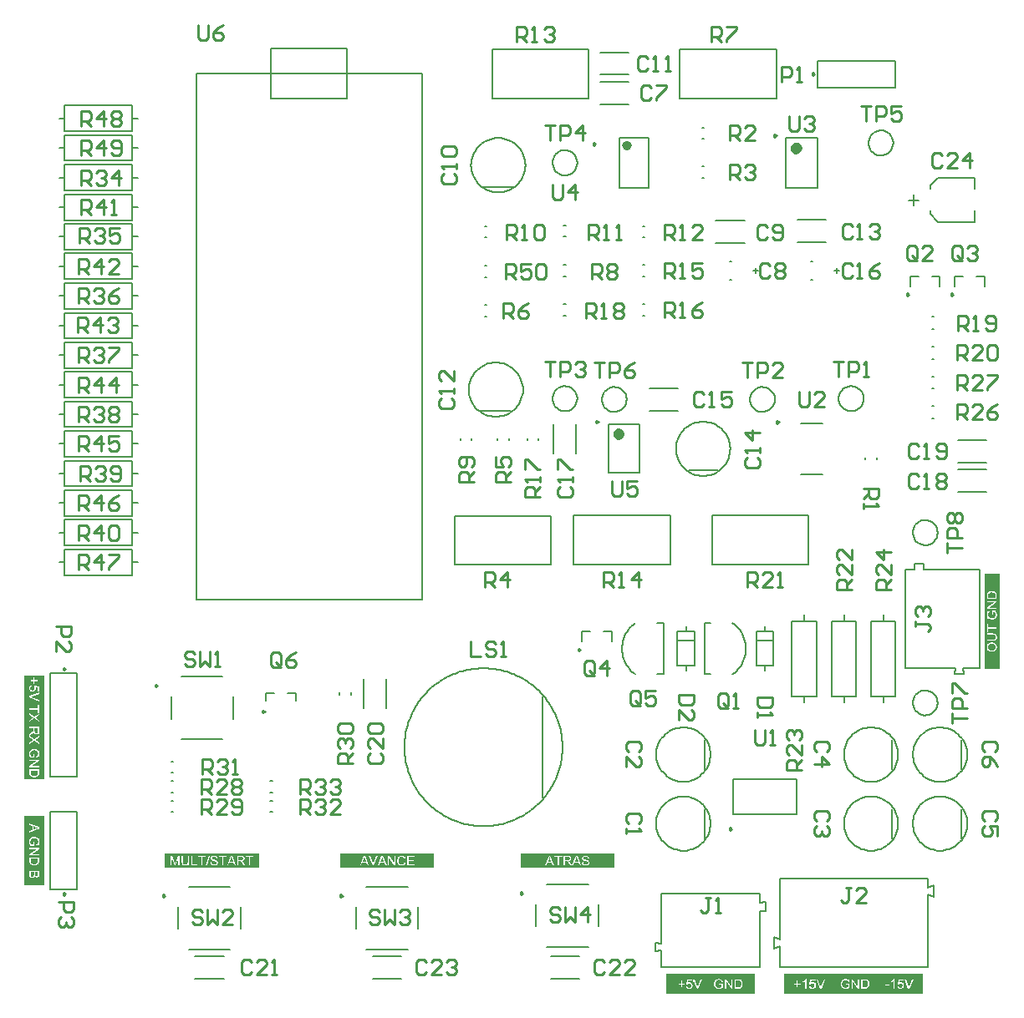
<source format=gto>
%FSTAX23Y23*%
%MOIN*%
%SFA1B1*%

%IPPOS*%
%ADD10C,0.007870*%
%ADD11C,0.019680*%
%ADD12C,0.009840*%
%ADD13C,0.023620*%
%ADD14C,0.005910*%
%ADD15C,0.006000*%
%ADD16C,0.005000*%
%ADD17C,0.010000*%
%LNpcb_awg-1*%
%LPD*%
G36*
X00974Y00541D02*
X006D01*
Y006*
X00974*
Y00541*
G37*
G36*
X03622Y00039D02*
X0307D01*
Y00118*
X03622*
Y00039*
G37*
G36*
X00118Y00895D02*
X00039D01*
Y01309*
X00118*
Y00895*
G37*
G36*
X02391Y00541D02*
X02017D01*
Y006*
X02391*
Y00541*
G37*
G36*
X00118Y00472D02*
X00039D01*
Y00748*
X00118*
Y00472*
G37*
G36*
X03927Y01334D02*
X03868D01*
Y01716*
X03927*
Y01334*
G37*
G36*
X02952Y00118D02*
Y00039D01*
X02598*
Y00118*
X02952*
G37*
G36*
X01673Y00541D02*
X01299D01*
Y006*
X01673*
Y00541*
G37*
%LNpcb_awg-2*%
%LPC*%
G36*
X00811Y0059D02*
X0078D01*
X00795*
X00794Y0059*
X00793Y0059*
X00791Y0059*
X0079Y0059*
X0079Y00589*
X00789Y00589*
X00789Y00589*
X00789Y00589*
X00788Y00589*
X00788Y00589*
X00788*
X00787Y00588*
X00786Y00588*
X00785Y00587*
X00785Y00586*
X00784Y00586*
X00784Y00585*
X00784Y00585*
X00784Y00585*
Y00585*
X00783Y00584*
X00783Y00583*
X00782Y00582*
X00782Y00581*
X00782Y00581*
X00782Y0058*
Y0058*
Y0058*
Y0058*
Y0058*
X00782Y00579*
X00782Y00578*
X00782Y00577*
X00783Y00576*
X00783Y00576*
X00783Y00575*
X00783Y00575*
X00783Y00575*
X00784Y00574*
X00785Y00573*
X00785Y00573*
X00786Y00572*
X00786Y00572*
X00787Y00572*
X00787Y00571*
X00787Y00571*
X00787*
X00788Y00571*
X00788Y00571*
X00789Y0057*
X00791Y0057*
X00792Y0057*
X00793Y00569*
X00793Y00569*
X00794Y00569*
X00794Y00569*
X00795Y00569*
X00795Y00569*
X00795*
X00796Y00569*
X00797Y00568*
X00797Y00568*
X00798Y00568*
X00799Y00568*
X00799Y00568*
X008Y00568*
X008Y00567*
X00801Y00567*
X00801Y00567*
X00801Y00567*
X00802Y00567*
X00802Y00567*
X00802Y00567*
X00803Y00566*
X00804Y00566*
X00804Y00565*
X00805Y00565*
X00805Y00565*
X00805Y00565*
X00805Y00565*
X00805Y00564*
X00806Y00564*
X00806Y00563*
X00806Y00563*
X00806Y00562*
X00806Y00562*
Y00562*
Y00562*
X00806Y00561*
X00806Y0056*
X00806Y0056*
X00806Y00559*
X00805Y00559*
X00805Y00559*
X00805Y00558*
X00805Y00558*
X00805Y00558*
X00804Y00557*
X00803Y00557*
X00803Y00556*
X00802Y00556*
X00802Y00556*
X00802Y00556*
X00802Y00556*
X00801Y00556*
X008Y00555*
X00799Y00555*
X00798Y00555*
X00798Y00555*
X00797Y00555*
X00797*
X00795Y00555*
X00794Y00555*
X00793Y00555*
X00792Y00556*
X00792Y00556*
X00791Y00556*
X00791Y00556*
X00791Y00556*
X00791*
X0079Y00557*
X00789Y00557*
X00788Y00558*
X00788Y00558*
X00787Y00558*
X00787Y00559*
X00787Y00559*
X00787Y00559*
X00786Y0056*
X00786Y00561*
X00786Y00561*
X00786Y00562*
X00785Y00563*
X00785Y00563*
X00785Y00564*
Y00564*
Y00564*
X0078Y00563*
X00781Y00562*
X00781Y00561*
X00781Y0056*
X00782Y00559*
X00782Y00558*
X00782Y00557*
X00782Y00557*
X00782Y00557*
X00782Y00557*
X00783Y00557*
Y00557*
X00783Y00555*
X00784Y00555*
X00785Y00554*
X00786Y00553*
X00787Y00553*
X00787Y00552*
X00788Y00552*
X00788Y00552*
X00788Y00552*
X00788*
X00789Y00552*
X00791Y00551*
X00792Y00551*
X00794Y00551*
X00794Y00551*
X00795Y00551*
X00796*
X00796Y00551*
X00797*
X00798Y00551*
X008Y00551*
X00801Y00551*
X00802Y00551*
X00803Y00552*
X00803Y00552*
X00804Y00552*
X00804Y00552*
X00804Y00552*
X00804Y00552*
X00804*
X00805Y00553*
X00806Y00553*
X00807Y00554*
X00808Y00555*
X00809Y00555*
X00809Y00556*
X00809Y00556*
X00809Y00556*
X0081Y00557*
X0081Y00558*
X00811Y00559*
X00811Y0056*
X00811Y00561*
X00811Y00561*
Y00562*
X00811Y00563*
X00811Y00564*
X0081Y00565*
X0081Y00566*
X0081Y00567*
X0081Y00567*
X00809Y00567*
X00809Y00567*
X00809Y00568*
X00808Y00569*
X00807Y0057*
X00806Y0057*
X00806Y00571*
X00805Y00571*
X00805Y00571*
X00805Y00571*
X00805Y00571*
X00804*
X00804Y00572*
X00803Y00572*
X00803Y00572*
X00802Y00572*
X00801Y00573*
X00799Y00573*
X00798Y00573*
X00797Y00573*
X00797Y00574*
X00797Y00574*
X00796Y00574*
X00796Y00574*
X00796*
X00795Y00574*
X00794Y00574*
X00793Y00575*
X00792Y00575*
X00791Y00575*
X00791Y00575*
X0079Y00575*
X0079Y00576*
X00789Y00576*
X00789Y00576*
X00789Y00576*
X00789Y00576*
X00788Y00576*
X00788Y00577*
X00788Y00577*
X00787Y00578*
X00787Y00578*
X00787Y00579*
X00787Y00579*
X00787Y0058*
Y0058*
Y0058*
X00787Y00581*
X00787Y00582*
X00787Y00582*
X00788Y00583*
X00788Y00583*
X00789Y00584*
X00789Y00584*
X00789Y00584*
X00789Y00584*
X0079Y00585*
X00791Y00585*
X00792Y00585*
X00793Y00585*
X00794Y00586*
X00795*
X00795Y00586*
X00796*
X00797Y00586*
X00799Y00585*
X008Y00585*
X00801Y00585*
X00801Y00584*
X00802Y00584*
X00802Y00584*
X00802Y00584*
X00803Y00583*
X00804Y00582*
X00804Y00581*
X00805Y0058*
X00805Y0058*
X00805Y00579*
X00805Y00579*
X00805Y00579*
Y00578*
Y00578*
X0081Y00579*
X0081Y0058*
X00809Y00581*
X00809Y00582*
X00809Y00583*
X00808Y00584*
X00808Y00584*
X00808Y00585*
X00808Y00585*
X00807Y00586*
X00806Y00587*
X00806Y00587*
X00805Y00588*
X00804Y00588*
X00803Y00589*
X00803Y00589*
X00803Y00589*
X00803Y00589*
X00803*
X00802Y00589*
X008Y0059*
X00799Y0059*
X00798Y0059*
X00797Y0059*
X00797*
X00796Y0059*
X00811*
G37*
G36*
X00728Y0059D02*
Y00556D01*
X0071*
Y0059*
X00728*
X00704*
Y00551*
X00728*
Y0059*
G37*
G36*
X00696D02*
X00681D01*
X00691*
Y00567*
Y00566*
X00691Y00565*
X00691Y00564*
X00691Y00563*
X00691Y00562*
X0069Y00561*
X0069Y0056*
X0069Y0056*
X0069Y00559*
X00689Y00559*
X00689Y00558*
X00689Y00558*
X00689Y00558*
X00689Y00558*
X00689Y00558*
Y00558*
X00688Y00557*
X00688Y00557*
X00686Y00556*
X00685Y00556*
X00684Y00555*
X00683Y00555*
X00682Y00555*
X00682*
X00681Y00555*
X00681*
X0068Y00555*
X00678Y00555*
X00678Y00555*
X00677Y00556*
X00676Y00556*
X00676Y00556*
X00675Y00556*
X00675Y00556*
X00674Y00557*
X00674Y00557*
X00673Y00558*
X00673Y00559*
X00672Y00559*
X00672Y0056*
X00672Y0056*
X00672Y0056*
X00672Y0056*
X00672Y00561*
X00671Y00562*
X00671Y00563*
X00671Y00565*
X00671Y00566*
X00671Y00566*
Y00567*
Y00567*
Y00567*
Y00567*
Y00567*
Y0059*
X00666*
Y00566*
X00666Y00565*
X00666Y00564*
X00666Y00563*
X00666Y00562*
X00666Y00562*
X00667Y00561*
X00667Y0056*
X00667Y0056*
X00667Y00559*
X00667Y00559*
X00667Y00558*
X00667Y00558*
X00667Y00558*
X00667Y00558*
Y00558*
X00668Y00556*
X00669Y00555*
X0067Y00554*
X0067Y00554*
X00671Y00553*
X00672Y00553*
X00672Y00552*
X00672Y00552*
X00672Y00552*
X00672*
X00674Y00552*
X00675Y00551*
X00677Y00551*
X00678Y00551*
X00679Y00551*
X00679Y00551*
X0068Y00551*
X0068*
X00681Y00551*
X00681*
X00683Y00551*
X00685Y00551*
X00686Y00551*
X00686Y00551*
X00687Y00551*
X00688Y00552*
X00688Y00552*
X00689Y00552*
X00689Y00552*
X00689Y00552*
X0069Y00552*
X0069Y00552*
X0069Y00553*
X0069*
X00691Y00553*
X00692Y00554*
X00693Y00555*
X00694Y00556*
X00694Y00557*
X00695Y00558*
X00695Y00558*
X00695Y00558*
X00695Y00558*
Y00558*
X00695Y0056*
X00696Y00561*
X00696Y00563*
X00696Y00564*
X00696Y00565*
X00696Y00565*
Y00566*
X00696Y00566*
Y00551*
Y0059*
G37*
G36*
X00953D02*
X00922D01*
Y00551*
Y00585*
X00935*
Y00551*
X00953*
X0094*
Y00585*
X00953*
Y0059*
G37*
G36*
X00904D02*
X00887D01*
Y00551*
X0092*
X00914Y00562*
X00913Y00563*
X00912Y00564*
X00912Y00565*
X00911Y00565*
X0091Y00566*
X0091Y00566*
X0091Y00567*
X0091Y00567*
X00909Y00567*
X00909Y00567*
X00908Y00568*
X00907Y00568*
X00907Y00568*
X00907Y00569*
X00906Y00569*
X00907Y00569*
X00908Y00569*
X00909Y00569*
X0091Y0057*
X00911Y0057*
X00911Y0057*
X00912Y0057*
X00913Y00571*
X00913Y00571*
X00914Y00571*
X00914Y00572*
X00914Y00572*
X00914Y00572*
X00914Y00572*
X00915Y00572*
X00915Y00573*
X00915Y00573*
X00916Y00574*
X00917Y00576*
X00917Y00577*
X00917Y00578*
X00917Y00578*
Y00578*
X00917Y00579*
Y00579*
Y00579*
Y00579*
X00917Y0058*
X00917Y00581*
X00917Y00582*
X00916Y00583*
X00916Y00584*
X00916Y00584*
X00916Y00585*
X00916Y00585*
X00915Y00586*
X00914Y00587*
X00914Y00587*
X00913Y00588*
X00912Y00588*
X00912Y00588*
X00912Y00588*
X00911Y00589*
X00911*
X00911Y00589*
X0091Y00589*
X00909Y00589*
X00908Y00589*
X00907Y00589*
X00905Y0059*
X00905*
X00904Y0059*
G37*
G36*
X00882D02*
X00847D01*
X00861*
X00847Y00551*
X00852*
X00856Y00563*
X00872*
X00877Y00551*
X00882*
X00867Y0059*
X00882*
G37*
G36*
X00845D02*
X00815D01*
Y00551*
Y00585*
X00828*
Y00551*
X00845*
X00833*
Y00585*
X00845*
Y0059*
G37*
G36*
X00762D02*
X00732D01*
Y00551*
Y00585*
X00744*
Y00551*
X00749*
Y00585*
X00762*
Y0059*
G37*
G36*
X00658D02*
X00621D01*
Y00551*
X00626*
Y00584*
X00637Y00551*
X00642*
X00653Y00583*
Y00551*
X00658*
Y0059*
G37*
G36*
X00778Y0059D02*
X00763D01*
X00774*
X00763Y00551*
X00778*
X00767*
X00778Y0059*
G37*
G36*
X0333Y00098D02*
D01*
Y00079*
X03314*
Y00074*
X03325*
Y00067*
X03325Y00066*
X03324Y00066*
X03323Y00065*
X03322Y00065*
X03322Y00065*
X03321Y00064*
X03321Y00064*
X03321Y00064*
X03321Y00064*
X03321*
X03319Y00064*
X03318Y00063*
X03317Y00063*
X03316Y00063*
X03315Y00063*
X03315Y00063*
X03314*
X03313Y00063*
X03311Y00063*
X0331Y00063*
X03309Y00064*
X03308Y00064*
X03308Y00064*
X03307Y00064*
X03307Y00064*
X03307Y00064*
X03307Y00065*
X03307*
X03306Y00065*
X03305Y00066*
X03304Y00067*
X03303Y00068*
X03303Y00069*
X03302Y00069*
X03302Y00069*
X03302Y00069*
X03302Y0007*
Y0007*
X03301Y00071*
X03301Y00072*
X033Y00074*
X033Y00075*
X033Y00076*
X033Y00077*
X033Y00077*
Y00077*
X033Y00078*
Y00078*
Y00078*
Y00078*
X033Y0008*
X033Y00081*
X03301Y00083*
X03301Y00084*
X03301Y00085*
X03301Y00085*
X03301Y00085*
X03301Y00086*
X03301Y00086*
X03302Y00086*
Y00086*
X03302Y00087*
X03302Y00088*
X03303Y00088*
X03303Y00089*
X03303Y00089*
X03304Y0009*
X03304Y0009*
X03304Y0009*
X03305Y00091*
X03305Y00091*
X03306Y00091*
X03307Y00092*
X03307Y00092*
X03308Y00092*
X03308Y00093*
X03308Y00093*
X03309Y00093*
X0331Y00093*
X03311Y00093*
X03312Y00094*
X03313Y00094*
X03313Y00094*
X03314*
X03315Y00094*
X03316Y00094*
X03317Y00093*
X03318Y00093*
X03318Y00093*
X03319Y00093*
X03319Y00093*
X03319Y00093*
X0332Y00092*
X03321Y00092*
X03322Y00091*
X03322Y00091*
X03322Y00091*
X03323Y0009*
X03323Y0009*
X03323Y0009*
X03323Y00089*
X03324Y00089*
X03324Y00088*
X03324Y00087*
X03325Y00086*
X03325Y00086*
X03325Y00086*
X03325Y00085*
Y00085*
X0333Y00087*
X03329Y00088*
X03329Y00089*
X03328Y0009*
X03328Y00091*
X03327Y00092*
X03327Y00093*
X03327Y00093*
X03327Y00093*
X03326Y00094*
X03325Y00095*
X03324Y00095*
X03323Y00096*
X03323Y00096*
X03322Y00096*
X03322Y00097*
X03322Y00097*
X03322Y00097*
X03321*
X0332Y00097*
X03319Y00098*
X03318Y00098*
X03316Y00098*
X03315Y00098*
X03315*
X03315Y00098*
X03314*
X03312Y00098*
X0331Y00098*
X03308Y00097*
X03307Y00097*
X03307Y00097*
X03306Y00097*
X03306Y00096*
X03305Y00096*
X03305Y00096*
X03304Y00096*
X03304Y00096*
X03304Y00096*
X03304*
X03303Y00095*
X03302Y00095*
X03301Y00094*
X033Y00092*
X03299Y00091*
X03298Y0009*
X03298Y0009*
X03298Y00089*
X03297Y00089*
X03297Y00089*
X03297Y00089*
Y00089*
X03296Y00087*
X03296Y00085*
X03295Y00083*
X03295Y00081*
X03295Y00081*
X03295Y0008*
X03295Y0008*
Y00079*
X03295Y00079*
Y00078*
X03295Y00076*
X03295Y00074*
X03296Y00072*
X03296Y00071*
X03296Y00071*
X03296Y0007*
X03296Y00069*
X03297Y00069*
X03297Y00069*
X03297Y00068*
X03297Y00068*
X03297Y00068*
Y00068*
X03298Y00066*
X03299Y00065*
X033Y00064*
X03302Y00063*
X03302Y00062*
X03303Y00061*
X03303Y00061*
X03304Y00061*
X03304Y00061*
X03304Y00061*
X03304Y00061*
X03306Y0006*
X03308Y00059*
X03309Y00059*
X03311Y00059*
X03312Y00059*
X03312Y00059*
X03313Y00058*
X03313*
X03314Y00058*
X03295*
X0333*
Y00098*
G37*
G36*
X03134Y00091D02*
D01*
Y0008*
X03123*
Y00091*
X03118*
X03119*
Y0008*
X03108*
Y00076*
X03119*
Y00065*
X03134*
Y00091*
G37*
G36*
X03408Y00097D02*
Y00078D01*
X03408Y0008*
X03408Y00082*
X03408Y00084*
X03408Y00084*
X03407Y00085*
X03407Y00085*
X03407Y00086*
X03407Y00086*
X03407Y00087*
X03407Y00087*
X03407Y00087*
X03407Y00087*
Y00088*
X03406Y00089*
X03405Y0009*
X03405Y00091*
X03404Y00092*
X03403Y00093*
X03403Y00094*
X03402Y00094*
X03402Y00094*
X03402*
X03401Y00095*
X034Y00095*
X03399Y00096*
X03398Y00096*
X03398Y00097*
X03397Y00097*
X03397Y00097*
X03397*
X03397Y00097*
X03397*
X03396Y00097*
X03394Y00097*
X03393Y00097*
X03392Y00097*
X03391Y00097*
X03376*
Y00059*
X0339*
X03392Y00059*
X03393Y00059*
X03394Y00059*
X03395Y00059*
X03395Y00059*
X03396Y0006*
X03396Y0006*
X03396*
X03397Y0006*
X03398Y0006*
X03399Y00061*
X034Y00061*
X034Y00061*
X03401Y00061*
X03401Y00061*
X03401Y00062*
X03402Y00062*
X03402Y00063*
X03403Y00063*
X03403Y00064*
X03404Y00064*
X03404Y00065*
X03404Y00065*
X03405Y00065*
X03405Y00066*
X03406Y00067*
X03406Y00068*
X03406Y00069*
X03407Y0007*
X03407Y0007*
X03407Y0007*
X03407Y0007*
X03407Y00071*
Y00071*
X03408Y00072*
X03408Y00073*
X03408Y00075*
X03408Y00076*
X03408Y00077*
Y00077*
X03408Y00078*
Y00059*
Y00097*
G37*
G36*
X03546Y00097D02*
Y00072D01*
X03546Y00073*
X03546Y00074*
X03546Y00075*
X03546Y00076*
X03545Y00077*
X03545Y00077*
X03545Y00078*
X03544Y00079*
X03544Y00079*
X03544Y0008*
X03543Y0008*
X03543Y0008*
X03543Y00081*
X03543Y00081*
X03543Y00081*
X03543Y00081*
X03542Y00082*
X03541Y00082*
X03541Y00083*
X0354Y00083*
X03539Y00083*
X03538Y00084*
X03537Y00084*
X03536Y00084*
X03536Y00084*
X03535Y00084*
X03535Y00084*
X03535Y00084*
X03534*
X03533Y00084*
X03531Y00084*
X0353Y00084*
X03529Y00083*
X03528Y00083*
X03528Y00083*
X03527Y00082*
X03527Y00082*
X03527Y00082*
X03527Y00082*
X03527Y00082*
X03529Y00092*
X03544*
Y00097*
X03546*
X03525*
X03521Y00077*
X03526Y00077*
X03526Y00077*
X03527Y00078*
X03527Y00078*
X03528Y00079*
X03528Y00079*
X03528Y00079*
X03529Y00079*
X03529Y00079*
X03529Y0008*
X0353Y0008*
X03531Y0008*
X03531Y0008*
X03532Y0008*
X03532Y0008*
X03533*
X03534Y0008*
X03535Y0008*
X03536Y0008*
X03537Y00079*
X03538Y00079*
X03538Y00078*
X03539Y00078*
X03539Y00078*
X0354Y00077*
X0354Y00076*
X03541Y00075*
X03541Y00074*
X03541Y00073*
X03541Y00073*
Y00072*
X03541Y00072*
Y00072*
Y00072*
Y00072*
X03541Y0007*
X03541Y00069*
X0354Y00068*
X0354Y00067*
X03539Y00066*
X03539Y00065*
X03539Y00065*
X03539Y00065*
Y00065*
X03538Y00064*
X03538Y00064*
X03537Y00063*
X03536Y00063*
X03535Y00063*
X03534Y00062*
X03534Y00062*
X03533Y00062*
X03533*
X03532Y00062*
X03531Y00063*
X0353Y00063*
X03529Y00063*
X03529Y00063*
X03528Y00064*
X03528Y00064*
X03528Y00064*
X03527Y00065*
X03527Y00066*
X03526Y00067*
X03526Y00067*
X03526Y00068*
X03526Y00069*
X03526Y00069*
X03526Y00069*
Y00069*
Y00069*
X03521Y00069*
X03521Y00068*
X03521Y00067*
X03521Y00066*
X03522Y00064*
X03523Y00063*
X03523Y00063*
X03523Y00062*
X03524Y00062*
X03524Y00062*
X03524Y00062*
X03524Y00061*
X03524Y00061*
X03524Y00061*
X03525Y00061*
X03526Y0006*
X03526Y0006*
X03527Y0006*
X03529Y00059*
X0353Y00059*
X03531Y00059*
X03531Y00059*
X03532Y00059*
X03532Y00058*
X03532Y00058*
X03533*
X03534Y00058*
X03535Y00059*
X03536Y00059*
X03537Y00059*
X03538Y00059*
X03539Y0006*
X0354Y0006*
X0354Y00061*
X03541Y00061*
X03542Y00062*
X03542Y00062*
X03542Y00062*
X03543Y00063*
X03543Y00063*
X03543Y00063*
X03543Y00063*
X03544Y00064*
X03544Y00064*
X03544Y00065*
X03545Y00066*
X03545Y00068*
X03546Y00069*
X03546Y0007*
X03546Y0007*
X03546Y00071*
X03546Y00071*
X03546Y00071*
Y00059*
Y00097*
G37*
G36*
X03194D02*
D01*
Y00072*
X03194Y00073*
X03194Y00074*
X03194Y00075*
X03194Y00076*
X03193Y00077*
X03193Y00077*
X03193Y00078*
X03193Y00079*
X03192Y00079*
X03192Y0008*
X03192Y0008*
X03191Y0008*
X03191Y00081*
X03191Y00081*
X03191Y00081*
X03191Y00081*
X0319Y00082*
X03189Y00082*
X03189Y00083*
X03188Y00083*
X03187Y00083*
X03187Y00084*
X03185Y00084*
X03185Y00084*
X03184Y00084*
X03184Y00084*
X03183Y00084*
X03183Y00084*
X03182*
X03181Y00084*
X0318Y00084*
X03178Y00084*
X03177Y00083*
X03176Y00083*
X03176Y00083*
X03176Y00082*
X03175Y00082*
X03175Y00082*
X03175Y00082*
X03175Y00082*
X03177Y00092*
X03192*
Y00097*
X03194*
X03173*
X0317Y00077*
X03174Y00077*
X03174Y00077*
X03175Y00078*
X03175Y00078*
X03176Y00079*
X03176Y00079*
X03177Y00079*
X03177Y00079*
X03177Y00079*
X03178Y0008*
X03178Y0008*
X03179Y0008*
X0318Y0008*
X0318Y0008*
X03181Y0008*
X03181*
X03182Y0008*
X03184Y0008*
X03185Y0008*
X03185Y00079*
X03186Y00079*
X03187Y00078*
X03187Y00078*
X03187Y00078*
X03188Y00077*
X03188Y00076*
X03189Y00075*
X03189Y00074*
X03189Y00073*
X03189Y00073*
Y00072*
X03189Y00072*
Y00072*
Y00072*
Y00072*
X03189Y0007*
X03189Y00069*
X03188Y00068*
X03188Y00067*
X03188Y00066*
X03187Y00065*
X03187Y00065*
X03187Y00065*
Y00065*
X03186Y00064*
X03186Y00064*
X03185Y00063*
X03184Y00063*
X03183Y00063*
X03182Y00062*
X03182Y00062*
X03181Y00062*
X03181*
X0318Y00062*
X03179Y00063*
X03178Y00063*
X03178Y00063*
X03177Y00063*
X03177Y00064*
X03176Y00064*
X03176Y00064*
X03176Y00065*
X03175Y00066*
X03175Y00067*
X03174Y00067*
X03174Y00068*
X03174Y00069*
X03174Y00069*
X03174Y00069*
Y00069*
Y00069*
X03169Y00069*
X03169Y00068*
X03169Y00067*
X0317Y00066*
X0317Y00064*
X03171Y00063*
X03171Y00063*
X03172Y00062*
X03172Y00062*
X03172Y00062*
X03172Y00062*
X03172Y00061*
X03173Y00061*
X03173Y00061*
X03173Y00061*
X03174Y0006*
X03175Y0006*
X03175Y0006*
X03177Y00059*
X03178Y00059*
X03179Y00059*
X03179Y00059*
X0318Y00059*
X0318Y00058*
X03181Y00058*
X03181*
X03182Y00058*
X03183Y00059*
X03184Y00059*
X03185Y00059*
X03186Y00059*
X03187Y0006*
X03188Y0006*
X03189Y00061*
X03189Y00061*
X0319Y00062*
X0319Y00062*
X03191Y00062*
X03191Y00063*
X03191Y00063*
X03191Y00063*
X03191Y00063*
X03192Y00064*
X03192Y00064*
X03193Y00065*
X03193Y00066*
X03194Y00068*
X03194Y00069*
X03194Y0007*
X03194Y0007*
X03194Y00071*
X03194Y00071*
X03194Y00071*
Y00059*
Y00097*
G37*
G36*
X03487Y00075D02*
X03472D01*
Y00071*
X03487*
Y00075*
G37*
G36*
X03368Y00097D02*
X03363D01*
Y00067*
X03343Y00097*
X03338*
Y00059*
X03368*
Y00097*
G37*
G36*
X03118Y00065D02*
X03108D01*
X03118*
G37*
G36*
X03584Y00097D02*
X03578D01*
X03568Y0007*
X03568Y00068*
X03567Y00067*
X03567Y00066*
X03567Y00065*
X03566Y00064*
X03566Y00064*
X03566Y00064*
X03566Y00063*
X03566Y00063*
Y00063*
X03565Y00065*
X03565Y00067*
X03565Y00068*
X03564Y00068*
X03564Y00069*
X03564Y00069*
X03564Y00069*
X03564Y0007*
Y0007*
X03554Y00097*
X03548*
X03563Y00059*
X03569*
X03584Y00097*
G37*
G36*
X03232D02*
X03227D01*
X03216Y0007*
X03216Y00068*
X03215Y00067*
X03215Y00066*
X03215Y00065*
X03215Y00064*
X03214Y00064*
X03214Y00064*
X03214Y00063*
X03214Y00063*
Y00063*
X03214Y00065*
X03213Y00067*
X03213Y00068*
X03213Y00068*
X03212Y00069*
X03212Y00069*
X03212Y00069*
X03212Y00069*
Y0007*
X03202Y00097*
X03197*
X03212Y00059*
X03217*
X03232Y00097*
G37*
G36*
X03584D02*
Y00059D01*
Y00097*
G37*
G36*
X03509Y00098D02*
X03505D01*
X03505Y00097*
X03504Y00096*
X03504Y00095*
X03503Y00094*
X03502Y00093*
X03502Y00093*
X03501Y00093*
X03501Y00092*
X03501Y00092*
X035Y00091*
X03499Y00091*
X03498Y0009*
X03497Y00089*
X03496Y00089*
X03495Y00089*
X03495Y00088*
X03495Y00088*
X03495Y00088*
X03494Y00088*
X03494*
Y00083*
X03495Y00084*
X03496Y00084*
X03497Y00084*
X03498Y00085*
X03498Y00085*
X03499Y00086*
X03499Y00086*
X03499Y00086*
X03499*
X035Y00086*
X03501Y00087*
X03502Y00088*
X03503Y00088*
X03503Y00089*
X03504Y00089*
X03504Y00089*
X03504Y00089*
Y00059*
X03509*
Y00098*
G37*
G36*
X03232Y00097D02*
Y00059D01*
Y00097*
G37*
G36*
X03157Y00098D02*
X03154D01*
X03153Y00097*
X03153Y00096*
X03152Y00095*
X03151Y00094*
X0315Y00093*
X0315Y00093*
X0315Y00093*
X0315Y00092*
X03149Y00092*
X03148Y00091*
X03147Y00091*
X03146Y0009*
X03145Y00089*
X03144Y00089*
X03144Y00089*
X03143Y00088*
X03143Y00088*
X03143Y00088*
X03143Y00088*
X03143*
Y00083*
X03143Y00084*
X03144Y00084*
X03145Y00084*
X03146Y00085*
X03147Y00085*
X03147Y00086*
X03147Y00086*
X03147Y00086*
X03148*
X03149Y00086*
X03149Y00087*
X0315Y00088*
X03151Y00088*
X03151Y00089*
X03152Y00089*
X03152Y00089*
X03152Y00089*
Y00059*
X03157*
Y00098*
G37*
G36*
X00091Y01301D02*
X00065D01*
X00076*
Y01291*
X00065*
Y01276*
Y01286*
X00076*
Y01276*
X0008*
Y01286*
X00091*
Y01301*
G37*
G36*
X00097Y0127D02*
X00058D01*
X00069*
X00097*
Y01266*
X00077Y01269*
X00077Y01265*
X00077Y01265*
X00078Y01264*
X00078Y01264*
X00079Y01263*
X00079Y01263*
X00079Y01263*
X00079Y01262*
X00079Y01262*
X0008Y01262*
X0008Y01261*
X0008Y0126*
X0008Y01259*
X0008Y01259*
X0008Y01259*
Y01258*
X0008Y01257*
X0008Y01256*
X0008Y01255*
X00079Y01254*
X00079Y01253*
X00078Y01253*
X00078Y01252*
X00078Y01252*
X00077Y01251*
X00076Y01251*
X00075Y0125*
X00074Y0125*
X00073Y0125*
X00073Y0125*
X00072*
X00072Y0125*
X00072*
X00072*
X00072*
X0007Y0125*
X00069Y0125*
X00068Y01251*
X00067Y01251*
X00066Y01251*
X00065Y01252*
X00065Y01252*
X00065Y01252*
X00065*
X00064Y01253*
X00064Y01253*
X00063Y01254*
X00063Y01255*
X00063Y01256*
X00062Y01257*
X00062Y01257*
X00062Y01258*
Y01258*
X00062Y01259*
X00063Y0126*
X00063Y01261*
X00063Y01261*
X00063Y01262*
X00064Y01262*
X00064Y01263*
X00064Y01263*
X00065Y01264*
X00066Y01264*
X00067Y01265*
X00067Y01265*
X00068Y01265*
X00069Y01265*
X00069Y01265*
X00069Y01265*
X00069*
X00069*
X00069Y0127*
X00068Y0127*
X00067Y0127*
X00066Y0127*
X00064Y01269*
X00063Y01268*
X00063Y01268*
X00062Y01268*
X00062Y01267*
X00062Y01267*
X00062Y01267*
X00061Y01267*
X00061Y01267*
X00061Y01267*
X00061Y01266*
X0006Y01265*
X0006Y01265*
X0006Y01264*
X00059Y01262*
X00059Y01261*
X00059Y0126*
X00059Y0126*
X00059Y01259*
X00058Y01259*
X00058Y01259*
Y01258*
X00058Y01257*
X00059Y01256*
X00059Y01255*
X00059Y01254*
X00059Y01253*
X0006Y01252*
X0006Y01251*
X00061Y01251*
X00061Y0125*
X00062Y01249*
X00062Y01249*
X00062Y01249*
X00063Y01248*
X00063Y01248*
X00063Y01248*
X00063Y01248*
X00064Y01247*
X00064Y01247*
X00065Y01247*
X00066Y01246*
X00068Y01246*
X00069Y01245*
X0007Y01245*
X0007Y01245*
X00071Y01245*
X00071Y01245*
X00071Y01245*
X00072*
X00073Y01245*
X00074Y01245*
X00075Y01245*
X00076Y01245*
X00077Y01246*
X00077Y01246*
X00078Y01246*
X00079Y01247*
X00079Y01247*
X0008Y01247*
X0008Y01248*
X0008Y01248*
X00081Y01248*
X00081Y01248*
X00081Y01248*
X00081Y01248*
X00082Y01249*
X00082Y0125*
X00083Y0125*
X00083Y01251*
X00083Y01252*
X00084Y01253*
X00084Y01254*
X00084Y01255*
X00084Y01255*
X00084Y01256*
X00084Y01256*
X00084Y01256*
Y01257*
X00084Y01258*
X00084Y0126*
X00084Y01261*
X00083Y01262*
X00083Y01263*
X00083Y01263*
X00082Y01264*
X00082Y01264*
X00082Y01264*
X00082Y01264*
X00082Y01264*
X00092Y01262*
Y01247*
X00097*
Y01245*
Y0127*
G37*
G36*
X00097Y01243D02*
X00059D01*
X00097*
G37*
G36*
X00059Y01228D01*
Y01222*
X00097Y01207*
Y01243*
G37*
G36*
Y01191D02*
X00059D01*
Y0116*
Y01173*
X00093*
Y0116*
X00097*
Y01191*
G37*
G36*
Y01159D02*
X00059D01*
X00097*
G37*
G36*
D01*
Y01157*
X00079Y01144*
X00059Y01159*
Y01153*
X00072Y01143*
X00073Y01143*
X00073Y01143*
X00074Y01142*
X00074Y01142*
X00075Y01142*
X00075Y01141*
X00075Y01141*
X00074Y01141*
X00073Y0114*
X00073Y0114*
X00073Y0114*
X00073Y0114*
X00073Y0114*
X00059Y0113*
Y01124*
X00079Y01138*
X00097Y01125*
Y01124*
Y01159*
G37*
G36*
Y01104D02*
X00059D01*
Y01099*
X00076*
Y01093*
X00076Y01092*
Y01092*
X00076Y01091*
X00076Y01091*
Y01091*
X00076Y01091*
Y0109*
X00076Y0109*
X00075Y01089*
X00075Y01089*
X00075Y01088*
X00075Y01088*
X00075Y01088*
X00075Y01088*
X00074Y01087*
X00073Y01086*
X00073Y01086*
X00073Y01086*
X00072Y01086*
X00072Y01086*
X00071Y01085*
X00071Y01084*
X0007Y01084*
X00069Y01083*
X00068Y01083*
X00068Y01082*
X00067Y01082*
X00067Y01082*
X00067Y01082*
X00067*
X00059Y01077*
Y0107*
X00069Y01077*
X00071Y01078*
X00072Y01079*
X00072Y01079*
X00073Y0108*
X00074Y01081*
X00074Y01081*
X00074Y01081*
X00075Y01081*
X00075Y01082*
X00075Y01082*
X00076Y01083*
X00076Y01084*
X00076Y01084*
X00076Y01084*
X00077Y01084*
X00077Y01083*
X00077Y01082*
X00077Y01082*
X00077Y01081*
X00078Y0108*
X00078Y01079*
X00078Y01079*
X00079Y01078*
X00079Y01078*
X00079Y01077*
X00079Y01077*
X0008Y01077*
X0008Y01077*
X0008Y01076*
X0008Y01076*
X00081Y01076*
X00081Y01075*
X00082Y01075*
X00083Y01074*
X00085Y01074*
X00085Y01074*
X00086Y01074*
X00086*
X00087Y01074*
X00087*
X00087*
X00087*
X00088Y01074*
X00089Y01074*
X0009Y01074*
X00091Y01074*
X00092Y01075*
X00092Y01075*
X00093Y01075*
X00093Y01075*
X00094Y01076*
X00094Y01077*
X00095Y01077*
X00096Y01078*
X00096Y01079*
X00096Y01079*
X00096Y01079*
X00096Y01079*
Y01079*
X00097Y0108*
X00097Y01081*
X00097Y01082*
X00097Y01083*
X00097Y01084*
X00097Y01086*
Y01086*
X00097Y01086*
Y0107*
X00059*
X00097*
Y01104*
G37*
G36*
Y0107D02*
D01*
Y01068*
X00079Y01055*
X00059Y0107*
Y01063*
X00072Y01054*
X00073Y01054*
X00073Y01053*
X00074Y01053*
X00074Y01052*
X00075Y01052*
X00075Y01052*
X00075Y01052*
X00074Y01051*
X00073Y01051*
X00073Y01051*
X00073Y0105*
X00073Y0105*
X00073Y0105*
X00059Y01041*
Y01034*
X00079Y01049*
X00097Y01035*
Y01034*
X00059*
X00097*
Y0107*
G37*
G36*
X00098Y01016D02*
D01*
Y00997*
X00098Y00999*
X00098Y01001*
X00097Y01003*
X00097Y01003*
X00097Y01004*
X00097Y01005*
X00096Y01005*
X00096Y01006*
X00096Y01006*
X00096Y01007*
X00096Y01007*
X00096Y01007*
Y01007*
X00095Y01008*
X00095Y01009*
X00094Y0101*
X00092Y01011*
X00091Y01012*
X0009Y01013*
X0009Y01013*
X00089Y01013*
X00089Y01014*
X00089Y01014*
X00089Y01014*
X00089*
X00087Y01015*
X00085Y01015*
X00083Y01016*
X00081Y01016*
X00081Y01016*
X0008Y01016*
X0008Y01016*
X00079*
X00079Y01016*
X00098*
X00058*
X00078*
X00076Y01016*
X00074Y01016*
X00072Y01015*
X00071Y01015*
X00071Y01015*
X0007Y01015*
X0007Y01015*
X00069Y01014*
X00069Y01014*
X00068Y01014*
X00068Y01014*
X00068Y01014*
X00068*
X00066Y01013*
X00065Y01012*
X00064Y01011*
X00063Y01009*
X00062Y01008*
X00061Y01008*
X00061Y01008*
X00061Y01007*
X00061Y01007*
X00061Y01007*
X00061Y01007*
X0006Y01005*
X00059Y01003*
X00059Y01002*
X00059Y01*
X00059Y00999*
X00059Y00999*
X00058Y00998*
Y00998*
X00058Y00997*
Y00997*
X00058Y00995*
X00059Y00994*
X00059Y00992*
X00059Y00991*
X00059Y0099*
X00059Y0099*
X00059Y0099*
X0006Y00989*
X0006Y00989*
X0006Y00989*
X0006Y00989*
Y00988*
X0006Y00987*
X00061Y00986*
X00062Y00984*
X00063Y00983*
X00063Y00982*
X00064Y00982*
X00064Y00981*
X00064Y00981*
X00064Y00981*
X00064Y00981*
X00064Y00981*
X00079*
Y00997*
X00074*
Y00986*
X00067*
X00066Y00986*
X00066Y00987*
X00065Y00988*
X00065Y00989*
X00065Y00989*
X00064Y0099*
X00064Y0099*
X00064Y0099*
X00064Y0099*
Y0099*
X00064Y00992*
X00063Y00993*
X00063Y00994*
X00063Y00995*
X00063Y00996*
X00063Y00996*
Y00997*
X00063Y00998*
X00063Y01*
X00063Y01001*
X00064Y01002*
X00064Y01003*
X00064Y01003*
X00064Y01003*
X00064Y01004*
X00064Y01004*
X00065Y01004*
Y01004*
X00065Y01005*
X00066Y01006*
X00067Y01007*
X00068Y01008*
X00069Y01008*
X00069Y01009*
X00069Y01009*
X0007Y01009*
X0007Y01009*
X0007*
X00071Y0101*
X00072Y0101*
X00074Y01011*
X00075Y01011*
X00076Y01011*
X00077Y01011*
X00077Y01011*
X00077*
X00078Y01011*
X00078*
X00078*
X00078*
X0008Y01011*
X00081Y01011*
X00083Y0101*
X00084Y0101*
X00085Y0101*
X00085Y0101*
X00085Y0101*
X00086Y0101*
X00086Y0101*
X00086Y01009*
X00086*
X00087Y01009*
X00088Y01009*
X00088Y01008*
X00089Y01008*
X00089Y01008*
X0009Y01007*
X0009Y01007*
X0009Y01007*
X00091Y01006*
X00091Y01006*
X00091Y01005*
X00092Y01004*
X00092Y01004*
X00092Y01003*
X00093Y01003*
X00093Y01003*
X00093Y01002*
X00093Y01001*
X00093Y01*
X00094Y00999*
X00094Y00998*
X00094Y00998*
Y00997*
X00094Y00996*
X00094Y00995*
X00093Y00994*
X00093Y00993*
X00093Y00993*
X00093Y00992*
X00093Y00992*
X00093Y00992*
X00092Y00991*
X00092Y0099*
X00091Y00989*
X00091Y00989*
X00091Y00989*
X0009Y00988*
X0009Y00988*
X0009Y00988*
X00089Y00988*
X00089Y00987*
X00088Y00987*
X00087Y00986*
X00086Y00986*
X00086Y00986*
X00086Y00986*
X00085Y00986*
X00085*
X00087Y00981*
X00088Y00982*
X00089Y00982*
X0009Y00983*
X00091Y00983*
X00092Y00984*
X00093Y00984*
X00093Y00984*
X00093Y00984*
X00094Y00985*
X00095Y00986*
X00095Y00987*
X00096Y00988*
X00096Y00988*
X00096Y00989*
X00097Y00989*
X00097Y00989*
X00097Y00989*
Y0099*
X00097Y00991*
X00098Y00992*
X00098Y00993*
X00098Y00994*
X00098Y00995*
Y00996*
X00098Y00996*
Y00981*
Y01016*
G37*
G36*
X00097Y00973D02*
X00059D01*
Y00943*
X00097*
Y00948*
X00067*
X00097Y00968*
Y00973*
G37*
G36*
Y00934D02*
X00059D01*
Y00903*
Y00921*
X00059Y00919*
X00059Y00918*
X00059Y00917*
X00059Y00916*
X00059Y00916*
X0006Y00915*
X0006Y00915*
Y00915*
X0006Y00914*
X0006Y00913*
X00061Y00912*
X00061Y00911*
X00061Y00911*
X00061Y0091*
X00061Y0091*
X00062Y0091*
X00062Y00909*
X00063Y00909*
X00063Y00908*
X00064Y00908*
X00064Y00907*
X00065Y00907*
X00065Y00907*
X00065Y00906*
X00066Y00906*
X00067Y00905*
X00068Y00905*
X00069Y00905*
X0007Y00904*
X0007Y00904*
X0007Y00904*
X0007Y00904*
X00071Y00904*
X00071*
X00072Y00903*
X00073Y00903*
X00075Y00903*
X00076Y00903*
X00077Y00903*
X00077*
X00078Y00903*
X00078*
X0008Y00903*
X00082Y00903*
X00084Y00903*
X00084Y00903*
X00085Y00904*
X00085Y00904*
X00086Y00904*
X00086Y00904*
X00087Y00904*
X00087Y00904*
X00087Y00904*
X00087Y00904*
X00088*
X00089Y00905*
X0009Y00906*
X00091Y00906*
X00092Y00907*
X00093Y00908*
X00094Y00908*
X00094Y00909*
X00094Y00909*
Y00909*
X00095Y0091*
X00095Y00911*
X00096Y00912*
X00096Y00913*
X00097Y00913*
X00097Y00914*
X00097Y00914*
Y00914*
X00097Y00914*
Y00914*
X00097Y00915*
X00097Y00917*
X00097Y00918*
X00097Y00919*
X00097Y0092*
Y00934*
G37*
G36*
X02277Y0059D02*
X02277D01*
X02275Y0059*
X02274Y0059*
X02273Y0059*
X02272Y0059*
X02271Y00589*
X02271Y00589*
X0227Y00589*
X0227Y00589*
X0227Y00589*
X0227Y00589*
X0227*
X02269Y00588*
X02268Y00588*
X02267Y00587*
X02266Y00586*
X02266Y00586*
X02265Y00585*
X02265Y00585*
X02265Y00585*
Y00585*
X02264Y00584*
X02264Y00583*
X02264Y00582*
X02263Y00581*
X02263Y00581*
X02263Y0058*
Y0058*
Y0058*
Y0058*
Y0058*
X02263Y00579*
X02263Y00578*
X02264Y00577*
X02264Y00576*
X02264Y00576*
X02264Y00575*
X02265Y00575*
X02265Y00575*
X02265Y00574*
X02266Y00573*
X02266Y00573*
X02267Y00572*
X02268Y00572*
X02268Y00572*
X02269Y00571*
X02269Y00571*
X02269*
X02269Y00571*
X0227Y00571*
X02271Y0057*
X02272Y0057*
X02273Y0057*
X02274Y00569*
X02275Y00569*
X02275Y00569*
X02276Y00569*
X02276Y00569*
X02276Y00569*
X02276*
X02277Y00569*
X02278Y00568*
X02279Y00568*
X02279Y00568*
X0228Y00568*
X02281Y00568*
X02281Y00568*
X02281Y00567*
X02282Y00567*
X02282Y00567*
X02283Y00567*
X02283Y00567*
X02283Y00567*
X02284Y00567*
X02284Y00566*
X02285Y00566*
X02286Y00565*
X02286Y00565*
X02286Y00565*
X02286Y00565*
X02286Y00565*
X02287Y00564*
X02287Y00564*
X02287Y00563*
X02287Y00563*
X02287Y00562*
X02287Y00562*
Y00562*
Y00562*
X02287Y00561*
X02287Y0056*
X02287Y0056*
X02287Y00559*
X02287Y00559*
X02286Y00559*
X02286Y00558*
X02286Y00558*
X02286Y00558*
X02285Y00557*
X02285Y00557*
X02284Y00556*
X02284Y00556*
X02283Y00556*
X02283Y00556*
X02283Y00556*
X02282Y00556*
X02281Y00555*
X0228Y00555*
X0228Y00555*
X02279Y00555*
X02278Y00555*
X02278*
X02277Y00555*
X02276Y00555*
X02275Y00555*
X02274Y00556*
X02273Y00556*
X02272Y00556*
X02272Y00556*
X02272Y00556*
X02272*
X02271Y00557*
X0227Y00557*
X0227Y00558*
X02269Y00558*
X02269Y00558*
X02268Y00559*
X02268Y00559*
X02268Y00559*
X02268Y0056*
X02267Y00561*
X02267Y00561*
X02267Y00562*
X02267Y00563*
X02267Y00563*
X02267Y00564*
Y00564*
Y00564*
X02262Y00563*
X02262Y00562*
X02262Y00561*
X02262Y0056*
X02263Y00559*
X02263Y00558*
X02263Y00557*
X02264Y00557*
X02264Y00557*
X02264Y00557*
X02264Y00557*
Y00557*
X02265Y00555*
X02266Y00555*
X02266Y00554*
X02267Y00553*
X02268Y00553*
X02269Y00552*
X02269Y00552*
X02269Y00552*
X02269Y00552*
X02269*
X02271Y00552*
X02272Y00551*
X02274Y00551*
X02275Y00551*
X02276Y00551*
X02276Y00551*
X02277*
X02277Y00551*
X02262*
X02278*
X0228Y00551*
X02281Y00551*
X02282Y00551*
X02283Y00551*
X02284Y00552*
X02285Y00552*
X02285Y00552*
X02285Y00552*
X02285Y00552*
X02285Y00552*
X02285*
X02287Y00553*
X02288Y00553*
X02289Y00554*
X02289Y00555*
X0229Y00555*
X0229Y00556*
X0229Y00556*
X02291Y00556*
X02291Y00557*
X02292Y00558*
X02292Y00559*
X02292Y0056*
X02292Y00561*
X02292Y00561*
Y00562*
X02292Y00563*
X02292Y00564*
X02292Y00565*
X02291Y00566*
X02291Y00567*
X02291Y00567*
X02291Y00567*
X02291Y00567*
X0229Y00568*
X02289Y00569*
X02288Y0057*
X02288Y0057*
X02287Y00571*
X02286Y00571*
X02286Y00571*
X02286Y00571*
X02286Y00571*
X02286*
X02285Y00572*
X02285Y00572*
X02284Y00572*
X02283Y00572*
X02282Y00573*
X02281Y00573*
X02279Y00573*
X02279Y00573*
X02278Y00574*
X02278Y00574*
X02278Y00574*
X02277Y00574*
X02277*
X02276Y00574*
X02275Y00574*
X02274Y00575*
X02273Y00575*
X02273Y00575*
X02272Y00575*
X02272Y00575*
X02271Y00576*
X02271Y00576*
X0227Y00576*
X0227Y00576*
X0227Y00576*
X0227Y00576*
X0227Y00577*
X02269Y00577*
X02269Y00578*
X02268Y00578*
X02268Y00579*
X02268Y00579*
X02268Y0058*
Y0058*
Y0058*
X02268Y00581*
X02268Y00582*
X02269Y00582*
X02269Y00583*
X0227Y00583*
X0227Y00584*
X0227Y00584*
X0227Y00584*
X02271Y00584*
X02271Y00585*
X02272Y00585*
X02273Y00585*
X02274Y00585*
X02275Y00586*
X02276*
X02276Y00586*
X02277*
X02278Y00586*
X0228Y00585*
X02281Y00585*
X02282Y00585*
X02283Y00584*
X02283Y00584*
X02283Y00584*
X02284Y00584*
X02284Y00583*
X02285Y00582*
X02285Y00581*
X02286Y0058*
X02286Y0058*
X02286Y00579*
X02286Y00579*
X02286Y00579*
Y00578*
Y00578*
X02291Y00579*
X02291Y0058*
X02291Y00581*
X0229Y00582*
X0229Y00583*
X0229Y00584*
X02289Y00584*
X02289Y00585*
X02289Y00585*
X02288Y00586*
X02288Y00587*
X02287Y00587*
X02286Y00588*
X02285Y00588*
X02285Y00589*
X02284Y00589*
X02284Y00589*
X02284Y00589*
X02284*
X02283Y00589*
X02282Y0059*
X0228Y0059*
X02279Y0059*
X02278Y0059*
X02278*
X02277Y0059*
G37*
G36*
X02259Y0059D02*
X02223D01*
X02238*
X02223Y00551*
X02229*
X02233Y00563*
X02249*
X02254Y00551*
X02259*
X02244Y0059*
X02259*
G37*
G36*
X02223D02*
X02189D01*
Y00551*
X02197*
X02194*
Y00568*
X02201*
X02201Y00568*
X02202*
X02202Y00568*
X02202Y00568*
X02203*
X02203Y00568*
X02203*
X02204Y00568*
X02204Y00567*
X02205Y00567*
X02205Y00567*
X02205Y00567*
X02205Y00567*
X02206Y00567*
X02206Y00566*
X02207Y00565*
X02207Y00565*
X02207Y00565*
X02208Y00564*
X02208Y00564*
X02208Y00564*
X02209Y00563*
X02209Y00562*
X0221Y00561*
X02211Y0056*
X02211Y0056*
X02211Y00559*
X02211Y00559*
X02211Y00559*
Y00559*
X02216Y00551*
X02223*
X02216Y00562*
X02215Y00563*
X02215Y00564*
X02214Y00565*
X02213Y00565*
X02213Y00566*
X02212Y00566*
X02212Y00567*
X02212Y00567*
X02212Y00567*
X02211Y00567*
X0221Y00568*
X0221Y00568*
X02209Y00568*
X02209Y00569*
X02209Y00569*
X0221Y00569*
X02211Y00569*
X02212Y00569*
X02212Y0057*
X02213Y0057*
X02214Y0057*
X02214Y0057*
X02215Y00571*
X02215Y00571*
X02216Y00571*
X02216Y00572*
X02217Y00572*
X02217Y00572*
X02217Y00572*
X02217Y00572*
X02217Y00573*
X02218Y00573*
X02219Y00574*
X02219Y00576*
X02219Y00577*
X0222Y00578*
X0222Y00578*
Y00578*
X0222Y00579*
Y00579*
Y00579*
Y00579*
X0222Y0058*
X02219Y00581*
X02219Y00582*
X02219Y00583*
X02219Y00584*
X02218Y00584*
X02218Y00585*
X02218Y00585*
X02217Y00586*
X02217Y00587*
X02216Y00587*
X02215Y00588*
X02215Y00588*
X02214Y00588*
X02214Y00588*
X02214Y00589*
X02214*
X02213Y00589*
X02213Y00589*
X02211Y00589*
X0221Y00589*
X02209Y00589*
X02208Y0059*
X02207*
X02207Y0059*
X02223*
G37*
G36*
X02184D02*
X02153D01*
Y00551*
Y00585*
X02166*
Y00551*
X02184*
X02171*
Y00585*
X02184*
Y0059*
G37*
G36*
X02152D02*
X02116D01*
X02131*
X02116Y00551*
X02122*
X02126Y00563*
X02142*
X02146Y00551*
X02152*
X02136Y0059*
X02152*
G37*
G36*
X00097Y00719D02*
D01*
Y00704*
X00059Y00719*
X00097*
X00059*
Y00713*
X00071Y00709*
Y00693*
X00059Y00689*
Y00695*
Y00683*
X00097Y00698*
Y00683*
Y00719*
G37*
G36*
X00098Y00665D02*
D01*
Y00646*
X00098Y00648*
X00098Y0065*
X00097Y00652*
X00097Y00652*
X00097Y00653*
X00097Y00654*
X00096Y00654*
X00096Y00655*
X00096Y00655*
X00096Y00655*
X00096Y00656*
X00096Y00656*
Y00656*
X00095Y00657*
X00095Y00657*
X00094Y00659*
X00092Y0066*
X00091Y00661*
X0009Y00662*
X0009Y00662*
X00089Y00662*
X00089Y00662*
X00089Y00663*
X00089Y00663*
X00089*
X00087Y00663*
X00085Y00664*
X00083Y00664*
X00081Y00665*
X00081Y00665*
X0008Y00665*
X0008Y00665*
X00079*
X00079Y00665*
X00098*
X00058*
X00078*
X00076Y00665*
X00074Y00665*
X00072Y00664*
X00071Y00664*
X00071Y00664*
X0007Y00664*
X00069Y00663*
X00069Y00663*
X00069Y00663*
X00068Y00663*
X00068Y00663*
X00068Y00663*
X00068*
X00066Y00662*
X00065Y00661*
X00064Y00659*
X00063Y00658*
X00062Y00657*
X00061Y00657*
X00061Y00656*
X00061Y00656*
X00061Y00656*
X00061Y00656*
X00061Y00656*
X0006Y00654*
X00059Y00652*
X00059Y0065*
X00059Y00649*
X00059Y00648*
X00059Y00647*
X00058Y00647*
Y00646*
X00058Y00646*
Y00645*
X00058Y00644*
X00059Y00642*
X00059Y00641*
X00059Y0064*
X00059Y00639*
X00059Y00639*
X00059Y00638*
X0006Y00638*
X0006Y00638*
X0006Y00637*
X0006Y00637*
Y00637*
X0006Y00636*
X00061Y00634*
X00062Y00633*
X00063Y00632*
X00063Y00631*
X00064Y0063*
X00064Y0063*
X00064Y0063*
X00064Y0063*
X00064Y0063*
X00064Y00629*
X00079*
Y00646*
X00074*
Y00634*
X00067*
X00066Y00635*
X00066Y00636*
X00065Y00637*
X00065Y00637*
X00065Y00638*
X00064Y00639*
X00064Y00639*
X00064Y00639*
X00064Y00639*
Y00639*
X00064Y0064*
X00063Y00642*
X00063Y00643*
X00063Y00644*
X00063Y00644*
X00063Y00645*
Y00646*
X00063Y00647*
X00063Y00648*
X00063Y0065*
X00064Y00651*
X00064Y00652*
X00064Y00652*
X00064Y00652*
X00064Y00653*
X00064Y00653*
X00065Y00653*
Y00653*
X00065Y00654*
X00066Y00655*
X00067Y00656*
X00068Y00657*
X00069Y00657*
X00069Y00658*
X00069Y00658*
X00069Y00658*
X0007Y00658*
X0007*
X00071Y00659*
X00072Y00659*
X00074Y00659*
X00075Y00659*
X00076Y0066*
X00077Y0066*
X00077Y0066*
X00077*
X00078Y0066*
X00078*
X00078*
X00078*
X0008Y0066*
X00081Y00659*
X00083Y00659*
X00084Y00659*
X00085Y00659*
X00085Y00659*
X00085Y00659*
X00086Y00658*
X00086Y00658*
X00086Y00658*
X00086*
X00087Y00658*
X00088Y00658*
X00088Y00657*
X00089Y00657*
X00089Y00656*
X0009Y00656*
X0009Y00656*
X0009Y00656*
X00091Y00655*
X00091Y00655*
X00091Y00654*
X00092Y00653*
X00092Y00653*
X00092Y00652*
X00093Y00652*
X00093Y00652*
X00093Y00651*
X00093Y0065*
X00093Y00649*
X00094Y00648*
X00094Y00647*
X00094Y00646*
Y00646*
X00094Y00645*
X00094Y00644*
X00093Y00643*
X00093Y00642*
X00093Y00641*
X00093Y00641*
X00093Y00641*
X00093Y0064*
X00092Y0064*
X00092Y00639*
X00091Y00638*
X00091Y00638*
X00091Y00637*
X0009Y00637*
X0009Y00637*
X0009Y00637*
X00089Y00636*
X00089Y00636*
X00088Y00636*
X00087Y00635*
X00086Y00635*
X00086Y00635*
X00086Y00635*
X00085Y00635*
X00085*
X00087Y0063*
X00088Y0063*
X00089Y00631*
X0009Y00631*
X00091Y00632*
X00092Y00632*
X00093Y00633*
X00093Y00633*
X00093Y00633*
X00094Y00634*
X00095Y00635*
X00095Y00636*
X00096Y00636*
X00096Y00637*
X00096Y00638*
X00097Y00638*
X00097Y00638*
X00097Y00638*
Y00638*
X00097Y0064*
X00098Y00641*
X00098Y00642*
X00098Y00643*
X00098Y00644*
Y00645*
X00098Y00645*
Y00629*
Y00665*
G37*
G36*
X00097Y00622D02*
X00059D01*
Y00617*
X00089*
X00059Y00597*
Y00592*
X00097*
Y00597*
X00067*
X00097Y00617*
Y00622*
G37*
G36*
Y00583D02*
X00059D01*
Y00569*
X00059Y00568*
X00059Y00567*
X00059Y00566*
X00059Y00565*
X00059Y00564*
X0006Y00564*
X0006Y00563*
Y00563*
X0006Y00562*
X0006Y00561*
X00061Y00561*
X00061Y0056*
X00061Y0056*
X00061Y00559*
X00061Y00559*
X00062Y00559*
X00062Y00558*
X00063Y00557*
X00063Y00557*
X00064Y00556*
X00064Y00556*
X00065Y00556*
X00065Y00555*
X00065Y00555*
X00066Y00555*
X00067Y00554*
X00068Y00554*
X00069Y00553*
X00069Y00553*
X0007Y00553*
X0007Y00553*
X0007Y00553*
X00071Y00553*
X00071*
X00072Y00552*
X00073Y00552*
X00075Y00552*
X00076Y00552*
X00077Y00552*
X00077*
X00078Y00552*
X00078*
X0008Y00552*
X00082Y00552*
X00084Y00552*
X00084Y00552*
X00085Y00552*
X00085Y00552*
X00086Y00553*
X00086Y00553*
X00087Y00553*
X00087Y00553*
X00087Y00553*
X00087Y00553*
X00088*
X00089Y00554*
X0009Y00554*
X00091Y00555*
X00092Y00556*
X00093Y00557*
X00094Y00557*
X00094Y00558*
X00094Y00558*
Y00558*
X00095Y00559*
X00095Y0056*
X00096Y0056*
X00096Y00561*
X00097Y00562*
X00097Y00563*
X00097Y00563*
Y00563*
X00097Y00563*
Y00563*
X00097Y00564*
X00097Y00565*
X00097Y00566*
X00097Y00568*
X00097Y00569*
Y00552*
Y00583*
G37*
G36*
Y0053D02*
X00059D01*
Y00514*
X00059Y00513*
X00059Y00512*
X00059Y00511*
X00059Y0051*
X00059Y0051*
X0006Y00509*
Y00509*
X0006Y00508*
X0006Y00507*
X0006Y00507*
X00061Y00506*
X00061Y00505*
X00061Y00505*
X00061Y00505*
X00061Y00505*
X00062Y00504*
X00063Y00504*
X00063Y00503*
X00064Y00503*
X00064Y00502*
X00065Y00502*
X00065Y00502*
X00065Y00502*
X00066Y00502*
X00067Y00501*
X00068Y00501*
X00069Y00501*
X00069Y00501*
X0007Y00501*
X0007*
X00071Y00501*
X00072Y00501*
X00073Y00501*
X00074Y00502*
X00075Y00502*
X00076Y00502*
X00076Y00503*
X00076Y00503*
X00077Y00504*
X00078Y00504*
X00078Y00505*
X00079Y00506*
X00079Y00507*
X00079Y00508*
X00079Y00508*
X00079Y00508*
X00079Y00508*
Y00508*
X0008Y00507*
X00081Y00506*
X00081Y00506*
X00082Y00505*
X00082Y00505*
X00083Y00504*
X00083Y00504*
X00083Y00504*
X00084Y00504*
X00085Y00503*
X00085Y00503*
X00086Y00503*
X00087Y00503*
X00087Y00503*
X00087*
X00088*
X00089Y00503*
X0009Y00503*
X0009Y00503*
X00091Y00503*
X00092Y00504*
X00092Y00504*
X00093Y00504*
X00093Y00504*
X00094Y00505*
X00094Y00506*
X00095Y00506*
X00095Y00507*
X00096Y00508*
X00096Y00508*
X00096Y00508*
X00096Y00508*
Y00508*
X00097Y0051*
X00097Y00511*
X00097Y00512*
X00097Y00513*
X00097Y00514*
Y00514*
X00097Y00515*
Y00501*
Y0053*
G37*
G36*
X03898Y01646D02*
X03878D01*
Y01614*
X03916*
Y01628*
X03916Y01629*
X03916Y01631*
X03916Y01632*
X03916Y01633*
X03916Y01633*
X03916Y01634*
X03916Y01634*
Y01634*
X03915Y01635*
X03915Y01636*
X03915Y01637*
X03915Y01638*
X03914Y01638*
X03914Y01638*
X03914Y01639*
X03914Y01639*
X03913Y0164*
X03913Y0164*
X03912Y01641*
X03912Y01641*
X03911Y01642*
X03911Y01642*
X0391Y01642*
X0391Y01642*
X03909Y01643*
X03909Y01643*
X03908Y01644*
X03907Y01644*
X03906Y01645*
X03905Y01645*
X03905Y01645*
X03905Y01645*
X03905Y01645*
X03905*
X03903Y01645*
X03902Y01646*
X03901Y01646*
X039Y01646*
X03899Y01646*
X03898*
X03898Y01646*
G37*
G36*
X03916Y01606D02*
X03878D01*
Y01576*
X03916*
Y0158*
X03886*
X03916Y01601*
Y01606*
G37*
G36*
X03911Y01568D02*
X03897D01*
Y01552*
X03901*
Y01563*
X03909*
X03909Y01562*
X0391Y01562*
X0391Y01561*
X0391Y0156*
X03911Y01559*
X03911Y01559*
X03911Y01559*
X03911Y01558*
X03911Y01558*
Y01558*
X03912Y01557*
X03912Y01556*
X03912Y01555*
X03912Y01554*
X03912Y01553*
X03912Y01552*
Y01552*
X03912Y0155*
X03912Y01549*
X03912Y01548*
X03912Y01547*
X03911Y01546*
X03911Y01546*
X03911Y01545*
X03911Y01545*
X03911Y01545*
X03911Y01545*
Y01545*
X0391Y01544*
X03909Y01542*
X03908Y01542*
X03908Y01541*
X03907Y0154*
X03906Y0154*
X03906Y0154*
X03906Y0154*
X03906Y0154*
X03906*
X03904Y01539*
X03903Y01539*
X03901Y01538*
X039Y01538*
X03899Y01538*
X03899Y01538*
X03898Y01538*
X03898*
X03898Y01538*
X03897*
X03897*
X03897*
X03896Y01538*
X03894Y01538*
X03893Y01538*
X03892Y01539*
X03891Y01539*
X0389Y01539*
X0389Y01539*
X0389Y01539*
X0389Y01539*
X03889Y01539*
X03889*
X03889Y0154*
X03888Y0154*
X03887Y0154*
X03887Y01541*
X03886Y01541*
X03886Y01541*
X03886Y01542*
X03886Y01542*
X03885Y01542*
X03884Y01543*
X03884Y01544*
X03883Y01544*
X03883Y01545*
X03883Y01545*
X03883Y01546*
X03883Y01546*
X03882Y01547*
X03882Y01548*
X03882Y01549*
X03882Y0155*
X03882Y01551*
X03882Y01551*
Y01552*
X03882Y01553*
X03882Y01554*
X03882Y01555*
X03882Y01556*
X03882Y01556*
X03882Y01557*
X03883Y01557*
X03883Y01557*
X03883Y01558*
X03883Y01559*
X03884Y01559*
X03884Y0156*
X03885Y0156*
X03885Y01561*
X03885Y01561*
X03885Y01561*
X03886Y01561*
X03887Y01562*
X03888Y01562*
X03888Y01562*
X03889Y01563*
X0389Y01563*
X0389Y01563*
X0389Y01563*
X0389*
X03889Y01568*
X03887Y01567*
X03886Y01567*
X03885Y01566*
X03884Y01566*
X03883Y01565*
X03883Y01565*
X03883Y01565*
X03882Y01565*
X03882Y01564*
X03881Y01563*
X0388Y01562*
X0388Y01561*
X03879Y0156*
X03879Y0156*
X03879Y0156*
X03879Y01559*
X03879Y01559*
Y01559*
X03878Y01558*
X03878Y01557*
X03878Y01555*
X03877Y01554*
X03877Y01553*
Y01553*
X03877Y01552*
Y01568*
Y01533*
Y01552*
X03877Y0155*
X03878Y01548*
X03878Y01546*
X03878Y01545*
X03878Y01545*
X03879Y01544*
X03879Y01543*
X03879Y01543*
X03879Y01542*
X03879Y01542*
X0388Y01542*
X0388Y01542*
Y01542*
X0388Y01541*
X03881Y0154*
X03882Y01539*
X03883Y01538*
X03884Y01537*
X03885Y01536*
X03886Y01536*
X03886Y01535*
X03886Y01535*
X03887Y01535*
X03887Y01535*
X03887*
X03889Y01534*
X03891Y01534*
X03892Y01533*
X03894Y01533*
X03895Y01533*
X03895Y01533*
X03896Y01533*
X03896*
X03897Y01533*
X03877*
X03917*
X03897*
X03899Y01533*
X03901Y01533*
X03903Y01533*
X03904Y01534*
X03905Y01534*
X03905Y01534*
X03906Y01534*
X03906Y01534*
X03907Y01535*
X03907Y01535*
X03907Y01535*
X03908Y01535*
X03908*
X03909Y01536*
X03911Y01537*
X03912Y01538*
X03913Y01539*
X03914Y0154*
X03914Y01541*
X03914Y01541*
X03914Y01541*
X03914Y01542*
X03915Y01542*
X03915Y01542*
X03915Y01544*
X03916Y01545*
X03916Y01547*
X03917Y01549*
X03917Y01549*
X03917Y0155*
X03917Y01551*
Y01551*
X03917Y01552*
Y01552*
X03917Y01554*
X03917Y01555*
X03917Y01557*
X03916Y01558*
X03916Y01558*
X03916Y01559*
X03916Y01559*
X03916Y0156*
X03916Y0156*
X03916Y0156*
X03916Y0156*
Y0156*
X03915Y01562*
X03914Y01563*
X03913Y01565*
X03913Y01566*
X03912Y01567*
X03912Y01567*
X03912Y01567*
X03911Y01568*
X03911Y01568*
X03911Y01568*
X03911Y01568*
G37*
G36*
X03916Y01514D02*
Y01501D01*
X03882*
Y01514*
X03878*
Y01483*
X03916*
X03882*
Y01496*
X03916*
Y01514*
G37*
G36*
X03901Y01478D02*
X03878D01*
Y01448*
X03917*
X03901*
X03902Y01448*
X03903Y01448*
X03904Y01448*
X03905Y01448*
X03906Y01448*
X03907Y01448*
X03907Y01448*
X03908Y01448*
X03908Y01449*
X03909Y01449*
X03909Y01449*
X03909Y01449*
X0391Y01449*
X0391Y01449*
X0391*
X03911Y0145*
X03912Y0145*
X03913Y01451*
X03914Y01452*
X03914Y01453*
X03915Y01453*
X03915Y01454*
X03915Y01454*
X03915Y01454*
Y01454*
X03916Y01455*
X03916Y01457*
X03917Y01458*
X03917Y0146*
X03917Y0146*
X03917Y01461*
X03917Y01461*
Y01462*
X03917Y01462*
Y01463*
X03917Y01465*
X03917Y01466*
X03917Y01467*
X03916Y01468*
X03916Y01469*
X03916Y01469*
X03916Y0147*
X03916Y0147*
X03915Y01471*
X03915Y01471*
X03915Y01471*
X03915Y01471*
X03915Y01472*
Y01472*
X03914Y01473*
X03913Y01474*
X03912Y01475*
X03911Y01475*
X03911Y01476*
X0391Y01476*
X0391Y01476*
X0391Y01476*
X03909Y01476*
X03909*
X03908Y01477*
X03906Y01477*
X03905Y01477*
X03903Y01478*
X03903Y01478*
X03902Y01478*
X03902*
X03901Y01478*
G37*
G36*
X03898Y01441D02*
X03897D01*
X03877*
X03897*
X03895Y01441*
X03893Y01441*
X03891Y0144*
X03891Y0144*
X0389Y0144*
X03889Y0144*
X03889Y01439*
X03888Y01439*
X03888Y01439*
X03887Y01439*
X03887Y01439*
X03887Y01439*
X03887*
X03885Y01438*
X03884Y01437*
X03883Y01436*
X03882Y01435*
X03881Y01434*
X03881Y01433*
X0388Y01433*
X0388Y01433*
X0388Y01432*
X0388Y01432*
Y01432*
X03879Y01431*
X03879Y01431*
X03878Y01429*
X03878Y01427*
X03878Y01426*
X03878Y01425*
X03877Y01424*
X03877Y01424*
Y01423*
X03877Y01423*
Y01441*
Y01404*
Y01423*
X03877Y01421*
X03878Y0142*
X03878Y01418*
X03878Y01417*
X03879Y01416*
X03879Y01415*
X0388Y01414*
X0388Y01413*
X0388Y01412*
X03881Y01411*
X03881Y01411*
X03882Y0141*
X03882Y0141*
X03882Y01409*
X03883Y01409*
X03883Y01409*
X03884Y01408*
X03885Y01408*
X03886Y01407*
X03887Y01406*
X03889Y01406*
X0389Y01405*
X03891Y01405*
X03892Y01405*
X03893Y01405*
X03894Y01404*
X03895Y01404*
X03896Y01404*
X03897*
X03897Y01404*
X03877*
X03917*
X03898*
X039Y01404*
X03901Y01405*
X03903Y01405*
X03904Y01405*
X03904Y01405*
X03905Y01405*
X03906Y01406*
X03906Y01406*
X03906Y01406*
X03907Y01406*
X03907Y01406*
X03907Y01406*
X03907*
X03909Y01407*
X0391Y01408*
X03912Y01409*
X03913Y0141*
X03913Y01411*
X03914Y01412*
X03914Y01412*
X03914Y01412*
X03914Y01413*
X03914Y01413*
X03914Y01413*
X03915Y01414*
X03915Y01414*
X03916Y01416*
X03916Y01418*
X03917Y01419*
X03917Y0142*
X03917Y01421*
X03917Y01421*
Y01422*
X03917Y01422*
Y01423*
X03917Y01424*
X03917Y01426*
X03916Y01428*
X03916Y01429*
X03916Y0143*
X03915Y0143*
X03915Y01431*
X03915Y01431*
X03915Y01431*
X03915Y01432*
X03915Y01432*
Y01432*
X03914Y01433*
X03913Y01435*
X03911Y01436*
X0391Y01437*
X03909Y01438*
X03909Y01438*
X03908Y01438*
X03908Y01438*
X03908Y01438*
X03908Y01439*
X03908*
X03906Y01439*
X03904Y0144*
X03902Y0144*
X03901Y01441*
X039Y01441*
X03899Y01441*
X03899Y01441*
X03898*
X03898Y01441*
G37*
G36*
X02809Y00098D02*
X02808D01*
X02806Y00098*
X02804Y00098*
X02803Y00097*
X02802Y00097*
X02801Y00097*
X02801Y00097*
X028Y00096*
X02799Y00096*
X02799Y00096*
X02799Y00096*
X02798Y00096*
X02798Y00096*
X02798*
X02797Y00095*
X02797Y00095*
X02795Y00094*
X02794Y00092*
X02793Y00091*
X02793Y0009*
X02792Y0009*
X02792Y00089*
X02792Y00089*
X02792Y00089*
X02792Y00089*
Y00089*
X02791Y00087*
X0279Y00085*
X0279Y00083*
X0279Y00081*
X02789Y00081*
X02789Y0008*
X02789Y0008*
Y00079*
X02789Y00079*
Y00058*
X02825*
X02809*
X0281Y00058*
X02812Y00059*
X02813Y00059*
X02814Y00059*
X02815Y00059*
X02815Y00059*
X02816Y00059*
X02816Y0006*
X02817Y0006*
X02817Y0006*
X02817Y0006*
X02817*
X02818Y0006*
X0282Y00061*
X02821Y00062*
X02822Y00063*
X02823Y00063*
X02824Y00064*
X02824Y00064*
X02824Y00064*
X02825Y00064*
X02825Y00064*
X02825Y00064*
Y00079*
X02808*
Y00074*
X0282*
Y00067*
X02819Y00066*
X02818Y00066*
X02818Y00065*
X02817Y00065*
X02816Y00065*
X02815Y00064*
X02815Y00064*
X02815Y00064*
X02815Y00064*
X02815*
X02814Y00064*
X02813Y00063*
X02812Y00063*
X02811Y00063*
X0281Y00063*
X02809Y00063*
X02809*
X02807Y00063*
X02806Y00063*
X02805Y00063*
X02803Y00064*
X02803Y00064*
X02802Y00064*
X02802Y00064*
X02802Y00064*
X02802Y00064*
X02801Y00065*
X02801*
X028Y00065*
X02799Y00066*
X02798Y00067*
X02798Y00068*
X02797Y00069*
X02797Y00069*
X02796Y00069*
X02796Y0007*
X02796Y0007*
Y0007*
X02796Y00071*
X02795Y00072*
X02795Y00074*
X02795Y00075*
X02795Y00076*
X02795Y00077*
X02795Y00077*
Y00077*
X02794Y00078*
Y00078*
Y00078*
Y00078*
X02795Y0008*
X02795Y00081*
X02795Y00083*
X02795Y00084*
X02795Y00085*
X02796Y00085*
X02796Y00085*
X02796Y00086*
X02796Y00086*
X02796Y00086*
Y00086*
X02796Y00087*
X02797Y00088*
X02797Y00088*
X02797Y00089*
X02798Y00089*
X02798Y0009*
X02798Y0009*
X02798Y0009*
X02799Y00091*
X028Y00091*
X028Y00091*
X02801Y00092*
X02802Y00092*
X02802Y00092*
X02802Y00093*
X02802Y00093*
X02803Y00093*
X02804Y00093*
X02805Y00093*
X02806Y00094*
X02807Y00094*
X02808Y00094*
X02808*
X0281Y00094*
X02811Y00094*
X02811Y00093*
X02812Y00093*
X02813Y00093*
X02813Y00093*
X02814Y00093*
X02814Y00093*
X02815Y00092*
X02815Y00092*
X02816Y00091*
X02816Y00091*
X02817Y00091*
X02817Y0009*
X02817Y0009*
X02817Y0009*
X02818Y00089*
X02818Y00089*
X02819Y00088*
X02819Y00087*
X02819Y00086*
X02819Y00086*
X02819Y00086*
X0282Y00085*
Y00085*
X02824Y00087*
X02824Y00088*
X02823Y00089*
X02823Y0009*
X02822Y00091*
X02822Y00092*
X02822Y00093*
X02821Y00093*
X02821Y00093*
X0282Y00094*
X0282Y00095*
X02819Y00095*
X02818Y00096*
X02817Y00096*
X02816Y00096*
X02816Y00097*
X02816Y00097*
X02816Y00097*
X02816*
X02815Y00097*
X02813Y00098*
X02812Y00098*
X02811Y00098*
X0281Y00098*
X02809*
X02809Y00098*
G37*
G36*
X02862Y00097D02*
X02858D01*
Y00067*
X02837Y00097*
X02832*
Y00059*
X02862*
Y00097*
G37*
G36*
X02673Y00091D02*
X02648D01*
X02658*
Y0008*
X02648*
Y00065*
Y00076*
X02658*
Y00065*
X02662*
Y00076*
X02673*
Y0008*
Y0008*
X02662*
Y00091*
X02673*
G37*
G36*
X02741Y00097D02*
X02736D01*
X02726Y0007*
X02725Y00068*
X02725Y00067*
X02724Y00066*
X02724Y00065*
X02724Y00064*
X02724Y00064*
X02724Y00064*
X02724Y00063*
X02724Y00063*
Y00063*
X02723Y00065*
X02723Y00067*
X02722Y00068*
X02722Y00068*
X02722Y00069*
X02722Y00069*
X02722Y00069*
X02721Y0007*
Y0007*
X02712Y00097*
X02706*
Y00059*
Y00097*
X02721Y00059*
X02726*
X02741Y00097*
G37*
G36*
X02704Y00097D02*
X02683D01*
X02679Y00077*
X02683Y00077*
X02684Y00077*
X02684Y00078*
X02685Y00078*
X02685Y00079*
X02686Y00079*
X02686Y00079*
X02686Y00079*
X02686Y00079*
X02687Y0008*
X02688Y0008*
X02688Y0008*
X02689Y0008*
X0269Y0008*
X0269Y0008*
X0269*
X02692Y0008*
X02693Y0008*
X02694Y0008*
X02695Y00079*
X02695Y00079*
X02696Y00078*
X02696Y00078*
X02696Y00078*
X02697Y00077*
X02698Y00076*
X02698Y00075*
X02698Y00074*
X02698Y00073*
X02699Y00073*
Y00072*
X02699Y00072*
Y00072*
Y00072*
Y00072*
X02698Y0007*
X02698Y00069*
X02698Y00068*
X02697Y00067*
X02697Y00066*
X02697Y00065*
X02696Y00065*
X02696Y00065*
Y00065*
X02696Y00064*
X02695Y00064*
X02694Y00063*
X02693Y00063*
X02693Y00063*
X02692Y00062*
X02691Y00062*
X02691Y00062*
X0269*
X02689Y00062*
X02689Y00063*
X02688Y00063*
X02687Y00063*
X02686Y00063*
X02686Y00064*
X02686Y00064*
X02686Y00064*
X02685Y00065*
X02684Y00066*
X02684Y00067*
X02684Y00067*
X02683Y00068*
X02683Y00069*
X02683Y00069*
X02683Y00069*
Y00069*
Y00069*
X02678Y00069*
X02678Y00068*
X02678Y00067*
X02679Y00066*
X0268Y00064*
X0268Y00063*
X02681Y00063*
X02681Y00062*
X02681Y00062*
X02681Y00062*
X02682Y00062*
X02682Y00061*
X02682Y00061*
X02682Y00061*
X02683Y00061*
X02683Y0006*
X02684Y0006*
X02685Y0006*
X02686Y00059*
X02687Y00059*
X02688Y00059*
X02689Y00059*
X02689Y00059*
X0269Y00058*
X0269Y00058*
X0269*
X02692Y00058*
X02693Y00059*
X02694Y00059*
X02695Y00059*
X02696Y00059*
X02697Y0006*
X02697Y0006*
X02698Y00061*
X02699Y00061*
X02699Y00062*
X027Y00062*
X027Y00062*
X027Y00063*
X027Y00063*
X02701Y00063*
X02701Y00063*
X02701Y00064*
X02702Y00064*
X02702Y00065*
X02702Y00066*
X02703Y00068*
X02703Y00069*
X02703Y0007*
X02703Y0007*
X02704Y00071*
X02704Y00071*
X02704Y00071*
Y00072*
X02704Y00073*
X02703Y00074*
X02703Y00075*
X02703Y00076*
X02703Y00077*
X02703Y00077*
X02702Y00078*
X02702Y00079*
X02702Y00079*
X02701Y0008*
X02701Y0008*
X02701Y0008*
X027Y00081*
X027Y00081*
X027Y00081*
X027Y00081*
X02699Y00082*
X02699Y00082*
X02698Y00083*
X02697Y00083*
X02697Y00083*
X02696Y00084*
X02695Y00084*
X02694Y00084*
X02693Y00084*
X02693Y00084*
X02692Y00084*
X02692Y00084*
X02692*
X0269Y00084*
X02689Y00084*
X02688Y00084*
X02687Y00083*
X02686Y00083*
X02685Y00083*
X02685Y00082*
X02685Y00082*
X02685Y00082*
X02684Y00082*
X02684Y00082*
X02686Y00092*
X02702*
Y00097*
X02704*
G37*
G36*
X02886Y00097D02*
X02871D01*
Y00059*
X02885*
X02886Y00059*
X02887Y00059*
X02888Y00059*
X02889Y00059*
X0289Y00059*
X0289Y0006*
X02891Y0006*
X02891*
X02892Y0006*
X02893Y0006*
X02894Y00061*
X02894Y00061*
X02895Y00061*
X02895Y00061*
X02895Y00061*
X02895Y00062*
X02896Y00062*
X02897Y00063*
X02897Y00063*
X02898Y00064*
X02898Y00064*
X02899Y00065*
X02899Y00065*
X02899Y00065*
X029Y00066*
X029Y00067*
X02901Y00068*
X02901Y00069*
X02901Y0007*
X02901Y0007*
X02901Y0007*
X02902Y0007*
X02902Y00071*
Y00071*
X02902Y00072*
X02902Y00073*
X02902Y00075*
X02903Y00076*
X02903Y00077*
Y00077*
X02903Y00078*
Y00078*
X02903Y0008*
X02902Y00082*
X02902Y00084*
X02902Y00084*
X02902Y00085*
X02902Y00085*
X02902Y00086*
X02901Y00086*
X02901Y00087*
X02901Y00087*
X02901Y00087*
X02901Y00087*
Y00088*
X029Y00089*
X029Y0009*
X02899Y00091*
X02898Y00092*
X02898Y00093*
X02897Y00094*
X02897Y00094*
X02897Y00094*
X02897*
X02896Y00095*
X02895Y00095*
X02894Y00096*
X02893Y00096*
X02892Y00097*
X02891Y00097*
X02891Y00097*
X02891*
X02891Y00097*
X02891*
X0289Y00097*
X02889Y00097*
X02888Y00097*
X02887Y00097*
X02886Y00097*
G37*
G36*
X02678Y00097D02*
Y00058D01*
Y00097*
G37*
G36*
X01544Y0059D02*
X01544D01*
X01542Y0059*
X0154Y0059*
X01539Y00589*
X01538Y00589*
X01537Y00589*
X01537Y00589*
X01536Y00589*
X01536Y00588*
X01535Y00588*
X01535Y00588*
X01535Y00588*
X01535Y00588*
X01534*
X01533Y00587*
X01532Y00586*
X01531Y00585*
X0153Y00584*
X01529Y00583*
X01529Y00582*
X01528Y00582*
X01528Y00582*
X01528Y00581*
X01528Y00581*
Y00581*
X01527Y00579*
X01527Y00578*
X01526Y00576*
X01526Y00574*
X01526Y00573*
X01526Y00573*
X01526Y00572*
Y00572*
X01526Y00571*
Y00571*
X01526Y00569*
X01526Y00567*
X01526Y00565*
X01526Y00564*
X01527Y00563*
X01527Y00563*
X01527Y00562*
X01527Y00562*
X01527Y00561*
X01527Y00561*
X01528Y00561*
X01528Y0056*
Y0056*
X01528Y00559*
X01529Y00557*
X0153Y00556*
X01531Y00555*
X01532Y00554*
X01533Y00553*
X01533Y00553*
X01533Y00553*
X01534Y00553*
X01534Y00553*
X01534Y00553*
X01535Y00552*
X01537Y00552*
X01538Y00551*
X0154Y00551*
X01541Y00551*
X01542Y00551*
X01542Y00551*
X01543*
X01543Y00551*
X0156*
X01544*
X01545Y00551*
X01546Y00551*
X01548Y00551*
X01549Y00551*
X0155Y00552*
X0155Y00552*
X01551Y00552*
X01552Y00552*
X01552Y00553*
X01553Y00553*
X01553Y00553*
X01553Y00553*
X01554Y00554*
X01554Y00554*
X01554Y00554*
X01555Y00554*
X01555Y00555*
X01556Y00557*
X01558Y00558*
X01558Y0056*
X01559Y00561*
X01559Y00561*
X01559Y00562*
X01559Y00562*
X01559Y00563*
X0156Y00563*
X0156Y00563*
Y00563*
X01555Y00565*
X01554Y00563*
X01553Y00561*
X01553Y0056*
X01552Y00559*
X01551Y00558*
X01551Y00558*
X01551Y00557*
X01551Y00557*
X0155Y00557*
X01549Y00556*
X01548Y00556*
X01547Y00555*
X01546Y00555*
X01545Y00555*
X01544Y00555*
X01544*
X01544Y00555*
X01543*
X01542Y00555*
X01541Y00555*
X0154Y00555*
X01539Y00556*
X01538Y00556*
X01537Y00556*
X01537Y00556*
X01537Y00557*
X01537Y00557*
X01537*
X01536Y00557*
X01535Y00558*
X01534Y00559*
X01533Y0056*
X01533Y00561*
X01533Y00562*
X01533Y00562*
X01532Y00562*
X01532Y00562*
Y00562*
X01532Y00563*
X01532Y00565*
X01531Y00566*
X01531Y00568*
X01531Y00568*
X01531Y00569*
Y00569*
X01531Y0057*
Y0057*
Y0057*
Y00571*
Y00571*
X01531Y00572*
X01531Y00573*
X01531Y00575*
X01532Y00576*
X01532Y00577*
X01532Y00577*
X01532Y00577*
X01532Y00578*
X01532Y00578*
X01532Y00578*
Y00578*
X01533Y00579*
X01533Y0058*
X01534Y00581*
X01535Y00582*
X01535Y00583*
X01536Y00583*
X01536Y00584*
X01536Y00584*
X01536*
X01537Y00584*
X01539Y00585*
X0154Y00585*
X01541Y00586*
X01542Y00586*
X01543Y00586*
X01543*
X01543Y00586*
X01544*
X01545Y00586*
X01546Y00586*
X01547Y00585*
X01548Y00585*
X01549Y00585*
X0155Y00584*
X0155Y00584*
X0155Y00584*
X01551Y00583*
X01552Y00582*
X01552Y00581*
X01553Y0058*
X01553Y00579*
X01554Y00579*
X01554Y00579*
X01554Y00578*
X01554Y00578*
X01554Y00578*
Y00578*
X01559Y00579*
X01558Y00581*
X01558Y00582*
X01557Y00583*
X01557Y00583*
X01557Y00584*
X01556Y00585*
X01556Y00585*
X01555Y00586*
X01555Y00586*
X01554Y00586*
X01554Y00587*
X01554Y00587*
X01554Y00587*
X01554Y00587*
X01553Y00587*
X01553Y00588*
X01552Y00588*
X01551Y00589*
X0155Y00589*
X01549Y0059*
X01547Y0059*
X01546Y0059*
X01546Y0059*
X01545Y0059*
X01545Y0059*
X01544Y0059*
G37*
G36*
X01519Y0059D02*
X01514D01*
Y00559*
X01494Y0059*
X01488*
Y00551*
X01519*
Y0059*
G37*
G36*
X01595D02*
Y00556D01*
X01571*
Y00569*
X01592*
Y00573*
X01571*
Y00585*
X01594*
Y0059*
X01566*
Y00551*
X01595*
Y0059*
G37*
G36*
X01448D02*
X01443D01*
X01432Y00562*
X01432Y00561*
X01432Y00559*
X01431Y00558*
X01431Y00557*
X01431Y00557*
X01431Y00556*
X01431Y00556*
X0143Y00555*
X0143Y00555*
Y00555*
X0143Y00558*
X01429Y00559*
X01429Y0056*
X01429Y0056*
X01429Y00561*
X01428Y00561*
X01428Y00562*
X01428Y00562*
Y00562*
X01418Y0059*
X01413*
X01428Y00551*
X01433*
X01448Y0059*
G37*
G36*
X01484D02*
X01448D01*
X01463*
X01448Y00551*
X01454*
X01458Y00563*
X01474*
X01479Y00551*
X01484*
X01469Y0059*
X01484*
G37*
G36*
X01397D02*
X01391D01*
X01377Y00551*
X01382*
X01386Y00563*
X01402*
X01407Y00551*
X01413*
X01397Y0059*
G37*
%LNpcb_awg-3*%
%LPD*%
G36*
X00905Y00585D02*
X00907Y00585D01*
X00908Y00585*
X00909Y00584*
X00909Y00584*
X0091Y00584*
X0091Y00584*
X0091Y00584*
X00911Y00583*
X00911Y00582*
X00912Y00581*
X00912Y00581*
X00912Y0058*
X00912Y0058*
Y00579*
Y00579*
Y00579*
X00912Y00578*
X00912Y00578*
X00912Y00577*
X00912Y00577*
X00911Y00576*
X00911Y00576*
X00911Y00576*
X00911Y00576*
X00911Y00575*
X0091Y00575*
X0091Y00574*
X00909Y00574*
X00909Y00574*
X00908Y00573*
X00908Y00573*
X00908Y00573*
X00907Y00573*
X00906Y00573*
X00905Y00573*
X00905Y00573*
X00904Y00573*
X00903Y00573*
X00892*
Y00585*
X00904*
X00905Y00585*
G37*
G36*
X00899Y00568D02*
X00899D01*
X009Y00568*
X009Y00568*
X009*
X009Y00568*
X009*
X00901Y00568*
X00902Y00567*
X00902Y00567*
X00903Y00567*
X00903Y00567*
X00903Y00567*
X00903Y00567*
X00904Y00566*
X00904Y00565*
X00905Y00565*
X00905Y00565*
X00905Y00564*
X00905Y00564*
X00906Y00564*
X00906Y00563*
X00907Y00562*
X00908Y00561*
X00908Y0056*
X00909Y0056*
X00909Y00559*
X00909Y00559*
X00909Y00559*
Y00559*
X00914Y00551*
X00892*
Y00568*
X00898*
X00899Y00568*
G37*
G36*
X00864Y00584D02*
X00865Y00583D01*
X00865Y00582*
X00866Y0058*
X00866Y00579*
X00866Y00579*
X00866Y00578*
X00866Y00578*
X00867Y00578*
X00867Y00578*
Y00578*
X00871Y00567*
X00858*
X00862Y00578*
X00862Y0058*
X00863Y00581*
X00863Y00582*
X00863Y00583*
X00863Y00584*
X00864Y00585*
X00864Y00585*
X00864Y00585*
Y00585*
X00864Y00586*
Y00586*
X00864Y00584*
G37*
G36*
X00642Y00563D02*
X00641Y00561D01*
X00641Y0056*
X0064Y00559*
X0064Y00558*
X0064Y00558*
X0064Y00557*
X0064Y00557*
X0064Y00557*
X00639Y00557*
X00639Y00558*
X00639Y00559*
X00638Y0056*
X00638Y00561*
X00638Y00562*
X00638Y00562*
X00638Y00562*
X00638Y00562*
Y00562*
X00629Y0059*
X00651*
X00642Y00563*
G37*
G36*
X0333Y00058D02*
X03314D01*
X03316Y00058*
X03317Y00059*
X03319Y00059*
X0332Y00059*
X03321Y00059*
X03321Y00059*
X03321Y00059*
X03322Y0006*
X03322Y0006*
X03322Y0006*
X03322Y0006*
X03323*
X03324Y0006*
X03325Y00061*
X03327Y00062*
X03328Y00063*
X03329Y00063*
X03329Y00064*
X0333Y00064*
X0333Y00064*
X0333Y00064*
X0333Y00064*
X0333Y00064*
Y00058*
G37*
G36*
X03134Y00065D02*
X03123D01*
Y00076*
X03134*
Y00065*
G37*
G36*
X03391Y00093D02*
X03393Y00093D01*
X03394Y00093*
X03395Y00093*
X03395Y00092*
X03396Y00092*
X03396Y00092*
X03396Y00092*
X03397Y00092*
X03398Y00091*
X03399Y0009*
X034Y0009*
X034Y00089*
X03401Y00088*
X03401Y00088*
X03401Y00088*
X03401Y00088*
Y00088*
X03401Y00087*
X03402Y00086*
X03402Y00085*
X03402Y00083*
X03403Y00082*
X03403Y00081*
X03403Y00081*
X03403Y0008*
X03403Y0008*
Y00079*
Y00079*
Y00079*
Y00079*
X03403Y00077*
X03403Y00076*
X03403Y00074*
X03402Y00073*
X03402Y00072*
X03402Y00072*
X03402Y00072*
X03402Y00071*
X03402Y00071*
X03402Y00071*
Y00071*
X03401Y0007*
X03401Y00069*
X03401Y00068*
X034Y00068*
X034Y00067*
X03399Y00067*
X03399Y00066*
X03399Y00066*
X03399Y00066*
X03398Y00065*
X03397Y00065*
X03397Y00065*
X03396Y00065*
X03396Y00064*
X03396Y00064*
X03396Y00064*
X03395Y00064*
X03394Y00064*
X03393Y00064*
X03392Y00064*
X03391Y00064*
X0339Y00064*
X03382*
Y00093*
X0339*
X03391Y00093*
G37*
G36*
X03363Y00059D02*
X03343D01*
Y00089*
X03363Y00059*
G37*
G36*
X00091Y01291D02*
X0008D01*
Y01301*
X00091*
Y01291*
G37*
G36*
X00097Y01213D02*
X0007Y01223D01*
X00068Y01223*
X00067Y01224*
X00066Y01224*
X00065Y01224*
X00064Y01225*
X00064Y01225*
X00064Y01225*
X00063Y01225*
X00063Y01225*
X00063*
X00065Y01226*
X00067Y01226*
X00068Y01226*
X00068Y01227*
X00069Y01227*
X00069Y01227*
X00069Y01227*
X0007Y01227*
X0007*
X00097Y01237*
Y01213*
G37*
G36*
X00093Y01178D02*
X00059D01*
Y01191*
X00093*
Y01178*
G37*
G36*
X00097Y0113D02*
X00087Y01138D01*
X00086Y01139*
X00086Y01139*
X00085Y0114*
X00084Y0114*
X00084Y01141*
X00083Y01141*
X00083Y01141*
X00083Y01141*
X00084Y01142*
X00084Y01142*
X00085Y01142*
X00086Y01143*
X00087Y01143*
X00087Y01144*
X00087Y01144*
X00088Y01144*
X00088*
X00097Y01151*
Y0113*
G37*
G36*
X00093Y01087D02*
X00093Y01086D01*
X00093Y01084*
X00093Y01083*
X00092Y01082*
X00092Y01082*
X00092Y01081*
X00091Y01081*
X00091Y01081*
X00091Y0108*
X0009Y0108*
X00089Y01079*
X00089Y01079*
X00088Y01079*
X00087Y01079*
X00087*
X00087*
X00087*
X00086Y01079*
X00086Y01079*
X00085Y01079*
X00085Y01079*
X00084Y0108*
X00084Y0108*
X00084Y0108*
X00083Y0108*
X00083Y0108*
X00082Y01081*
X00082Y01081*
X00082Y01082*
X00081Y01082*
X00081Y01083*
X00081Y01083*
X00081Y01083*
X00081Y01084*
X00081Y01085*
X00081Y01085*
X00081Y01086*
X00081Y01087*
X0008Y01088*
Y01099*
X00093*
Y01087*
G37*
G36*
X00097Y01041D02*
X00087Y01049D01*
X00086Y01049*
X00086Y0105*
X00085Y0105*
X00084Y01051*
X00084Y01051*
X00083Y01051*
X00083Y01052*
X00083Y01052*
X00084Y01052*
X00084Y01053*
X00085Y01053*
X00086Y01054*
X00087Y01054*
X00087Y01054*
X00087Y01055*
X00088Y01055*
X00088*
X00097Y01062*
Y01041*
G37*
G36*
X00059Y00948D02*
Y00968D01*
X00089*
X00059Y00948*
G37*
G36*
X00093Y00921D02*
X00093Y0092D01*
X00093Y00918*
X00093Y00917*
X00093Y00916*
X00092Y00916*
X00092Y00915*
X00092Y00915*
X00092Y00915*
X00092Y00914*
X00091Y00913*
X0009Y00912*
X0009Y00911*
X00089Y00911*
X00088Y0091*
X00088Y0091*
X00088Y0091*
X00088Y0091*
X00088*
X00087Y0091*
X00086Y00909*
X00085Y00909*
X00083Y00908*
X00082Y00908*
X00081Y00908*
X00081Y00908*
X0008Y00908*
X0008Y00908*
X00079*
X00079*
X00079*
X00079*
X00077Y00908*
X00076Y00908*
X00074Y00908*
X00073Y00909*
X00072Y00909*
X00072Y00909*
X00072Y00909*
X00071Y00909*
X00071Y00909*
X00071Y00909*
X00071*
X0007Y00909*
X00069Y0091*
X00068Y0091*
X00068Y00911*
X00067Y00911*
X00067Y00912*
X00066Y00912*
X00066Y00912*
X00066Y00912*
X00065Y00913*
X00065Y00914*
X00065Y00914*
X00065Y00915*
X00064Y00915*
X00064Y00915*
X00064Y00915*
X00064Y00916*
X00064Y00917*
X00064Y00918*
X00064Y00919*
X00064Y0092*
X00064Y00921*
Y00929*
X00093*
Y00921*
G37*
G36*
X02241Y00584D02*
X02242Y00583D01*
X02242Y00582*
X02243Y0058*
X02243Y00579*
X02243Y00579*
X02243Y00578*
X02243Y00578*
X02243Y00578*
X02244Y00578*
Y00578*
X02247Y00567*
X02234*
X02239Y00578*
X02239Y0058*
X0224Y00581*
X0224Y00582*
X0224Y00583*
X0224Y00584*
X02241Y00585*
X02241Y00585*
X02241Y00585*
Y00585*
X02241Y00586*
Y00586*
X02241Y00584*
G37*
G36*
X02208Y00585D02*
X02209Y00585D01*
X0221Y00585*
X02211Y00584*
X02212Y00584*
X02212Y00584*
X02212Y00584*
X02212Y00584*
X02213Y00583*
X02214Y00582*
X02214Y00581*
X02214Y00581*
X02214Y0058*
X02214Y0058*
Y00579*
Y00579*
Y00579*
X02214Y00578*
X02214Y00578*
X02214Y00577*
X02214Y00577*
X02214Y00576*
X02214Y00576*
X02213Y00576*
X02213Y00576*
X02213Y00575*
X02213Y00575*
X02212Y00574*
X02212Y00574*
X02211Y00574*
X02211Y00573*
X02211Y00573*
X0221Y00573*
X0221Y00573*
X02209Y00573*
X02208Y00573*
X02207Y00573*
X02206Y00573*
X02206Y00573*
X02194*
Y00585*
X02206*
X02208Y00585*
G37*
G36*
X02134Y00584D02*
X02134Y00583D01*
X02135Y00582*
X02135Y0058*
X02136Y00579*
X02136Y00579*
X02136Y00578*
X02136Y00578*
X02136Y00578*
X02136Y00578*
Y00578*
X0214Y00567*
X02127*
X02131Y00578*
X02132Y0058*
X02132Y00581*
X02133Y00582*
X02133Y00583*
X02133Y00584*
X02133Y00585*
X02133Y00585*
X02133Y00585*
Y00585*
X02133Y00586*
Y00586*
X02134Y00584*
G37*
G36*
X00086Y00703D02*
X00087Y00703D01*
X00089Y00703*
X0009Y00702*
X00091Y00702*
X00092Y00702*
X00092Y00702*
X00093Y00701*
X00093Y00701*
X00093*
X00093Y00701*
X00093*
X00092Y00701*
X00091Y00701*
X0009Y007*
X00088Y007*
X00087Y00699*
X00087Y00699*
X00086Y00699*
X00086Y00699*
X00086Y00699*
X00085Y00699*
X00085*
X00075Y00695*
Y00708*
X00086Y00703*
G37*
G36*
X00093Y0057D02*
X00093Y00569D01*
X00093Y00567*
X00093Y00566*
X00093Y00565*
X00092Y00564*
X00092Y00564*
X00092Y00564*
X00092Y00564*
X00092Y00563*
X00091Y00562*
X0009Y00561*
X0009Y0056*
X00089Y0056*
X00088Y00559*
X00088Y00559*
X00088Y00559*
X00088Y00559*
X00088*
X00087Y00558*
X00086Y00558*
X00085Y00558*
X00083Y00557*
X00082Y00557*
X00081Y00557*
X00081Y00557*
X0008Y00557*
X0008Y00557*
X00079*
X00079*
X00079*
X00079*
X00077Y00557*
X00076Y00557*
X00074Y00557*
X00073Y00557*
X00072Y00558*
X00072Y00558*
X00072Y00558*
X00071Y00558*
X00071Y00558*
X00071Y00558*
X00071*
X0007Y00558*
X00069Y00559*
X00068Y00559*
X00068Y0056*
X00067Y0056*
X00067Y0056*
X00066Y00561*
X00066Y00561*
X00066Y00561*
X00065Y00562*
X00065Y00562*
X00065Y00563*
X00065Y00563*
X00064Y00564*
X00064Y00564*
X00064Y00564*
X00064Y00565*
X00064Y00566*
X00064Y00567*
X00064Y00568*
X00064Y00569*
X00064Y00569*
Y00578*
X00093*
Y0057*
G37*
G36*
Y00516D02*
X00093Y00514D01*
X00093Y00513*
X00093Y00513*
X00093Y00512*
X00092Y00512*
X00092Y00511*
Y00511*
X00092Y00511*
X00092Y0051*
X00091Y0051*
X00091Y00509*
X00091Y00509*
X00091Y00509*
X0009Y00509*
X0009Y00509*
X0009Y00508*
X00089Y00508*
X00089Y00508*
X00088Y00508*
X00088Y00508*
X00087Y00508*
X00087*
X00087*
X00086Y00508*
X00086Y00508*
X00085Y00508*
X00085Y00508*
X00084Y00508*
X00084Y00509*
X00084Y00509*
X00084Y00509*
X00083Y00509*
X00083Y0051*
X00082Y0051*
X00082Y00511*
X00082Y00511*
X00082Y00511*
X00082Y00512*
X00082Y00512*
X00082Y00512*
X00081Y00513*
X00081Y00514*
X00081Y00515*
X00081Y00515*
Y00525*
X00093*
Y00516*
G37*
G36*
X00077Y00515D02*
X00077Y00513D01*
X00077Y00513*
X00076Y00512*
X00076Y00511*
X00076Y00511*
X00076Y0051*
X00076Y0051*
X00076Y0051*
X00075Y00509*
X00075Y00509*
X00075Y00508*
X00074Y00508*
X00074Y00507*
X00074Y00507*
X00074Y00507*
X00073Y00507*
X00073Y00507*
X00072Y00506*
X00071Y00506*
X00071Y00506*
X0007Y00506*
X0007*
X0007*
X00069Y00506*
X00069Y00506*
X00068Y00506*
X00068Y00506*
X00067Y00507*
X00067Y00507*
X00067Y00507*
X00067Y00507*
X00066Y00507*
X00066Y00508*
X00066Y00508*
X00065Y00508*
X00065Y00508*
X00065Y00509*
X00065Y00509*
X00065Y00509*
X00064Y0051*
X00064Y00511*
X00064Y00511*
X00064Y00511*
X00064Y00512*
Y00512*
X00064Y00512*
X00064Y00513*
X00064Y00514*
Y00525*
X00077*
Y00515*
G37*
G36*
X03895Y01646D02*
X03893Y01646D01*
X03892Y01646*
X03891Y01645*
X03891Y01645*
X0389Y01645*
X03889Y01645*
X03889Y01645*
X03889Y01645*
X03888Y01645*
X03888Y01645*
X03888Y01644*
X03888*
X03886Y01644*
X03885Y01643*
X03884Y01642*
X03883Y01642*
X03882Y01641*
X03882Y0164*
X03881Y0164*
X03881Y0164*
Y0164*
X03881Y01639*
X0388Y01638*
X0388Y01637*
X03879Y01636*
X03879Y01635*
X03879Y01635*
X03879Y01635*
Y01634*
X03879Y01634*
Y01634*
X03878Y01633*
X03878Y01632*
X03878Y01631*
X03878Y0163*
X03878Y01629*
Y01646*
X03897*
X03895Y01646*
G37*
G36*
X03898Y01641D02*
X039Y01641D01*
X03901Y0164*
X03902Y0164*
X03903Y0164*
X03903Y0164*
X03904Y0164*
X03904Y0164*
X03904Y0164*
X03904Y0164*
X03904*
X03905Y01639*
X03906Y01639*
X03907Y01638*
X03908Y01638*
X03908Y01638*
X03909Y01637*
X03909Y01637*
X03909Y01637*
X0391Y01636*
X0391Y01636*
X0391Y01635*
X03911Y01635*
X03911Y01634*
X03911Y01634*
X03911Y01634*
X03911Y01633*
X03911Y01633*
X03912Y01632*
X03912Y01631*
X03912Y0163*
X03912Y01629*
X03912Y01628*
Y01619*
X03882*
Y01627*
X03882Y01629*
X03883Y0163*
X03883Y01631*
X03883Y01632*
X03883Y01633*
X03883Y01634*
X03883Y01634*
X03883Y01634*
X03884Y01635*
X03884Y01636*
X03885Y01637*
X03886Y01637*
X03887Y01638*
X03887Y01638*
X03887Y01639*
X03888Y01639*
X03888Y01639*
X03888*
X03888Y01639*
X03889Y01639*
X0389Y0164*
X03892Y0164*
X03893Y01641*
X03894Y01641*
X03895Y01641*
X03895Y01641*
X03896Y01641*
X03896*
X03897*
X03897*
X03897*
X03898Y01641*
G37*
G36*
X03878Y01581D02*
Y01601D01*
X03908*
X03878Y01581*
G37*
G36*
X03903Y01473D02*
X03904Y01472D01*
X03905Y01472*
X03906Y01472*
X03906Y01472*
X03907Y01472*
X03908Y01471*
X03908Y01471*
X03909Y01471*
X03909Y01471*
X03909Y01471*
X0391Y0147*
X0391Y0147*
X0391Y0147*
X0391*
X0391Y0147*
X03911Y01469*
X03911Y01468*
X03912Y01467*
X03912Y01465*
X03912Y01464*
X03912Y01464*
Y01463*
X03912Y01463*
Y01462*
X03912Y01461*
X03912Y0146*
X03912Y01459*
X03912Y01458*
X03912Y01458*
X03911Y01457*
X03911Y01457*
X03911Y01457*
X03911Y01456*
X0391Y01455*
X03909Y01455*
X03909Y01454*
X03908Y01454*
X03908Y01454*
X03908Y01454*
X03908Y01453*
X03907Y01453*
X03907Y01453*
X03905Y01453*
X03904Y01453*
X03903Y01453*
X03902Y01453*
X03901Y01453*
X03901*
X03901*
X039*
X039*
X039*
X03878*
Y01473*
X039*
X03901*
X03903Y01473*
G37*
G36*
X03899Y01436D02*
X039Y01435D01*
X03901Y01435*
X03902Y01435*
X03903Y01435*
X03904Y01434*
X03905Y01434*
X03906Y01434*
X03906Y01433*
X03907Y01433*
X03908Y01433*
X03908Y01432*
X03908Y01432*
X03909Y01432*
X03909Y01432*
X03909Y01432*
X03909Y01431*
X0391Y0143*
X03911Y0143*
X03911Y01429*
X03911Y01428*
X03912Y01427*
X03912Y01426*
X03912Y01425*
X03912Y01424*
X03913Y01424*
X03913Y01423*
X03913Y01423*
Y01422*
X03913Y01421*
X03912Y0142*
X03912Y0142*
X03912Y01419*
X03912Y01418*
X03911Y01417*
X03911Y01416*
X03911Y01416*
X0391Y01415*
X0391Y01415*
X0391Y01414*
X03909Y01414*
X03909Y01414*
X03909Y01413*
X03909Y01413*
X03909Y01413*
X03908Y01412*
X03907Y01412*
X03906Y01411*
X03905Y01411*
X03904Y01411*
X03903Y0141*
X03902Y0141*
X03901Y0141*
X039Y0141*
X039Y0141*
X03899Y01409*
X03898Y01409*
X03898*
X03898*
X03898*
X03896Y01409*
X03895Y0141*
X03893Y0141*
X03892Y0141*
X03891Y0141*
X0389Y01411*
X03889Y01411*
X03888Y01411*
X03888Y01412*
X03887Y01412*
X03887Y01412*
X03886Y01413*
X03886Y01413*
X03886Y01413*
X03885Y01413*
X03885Y01413*
X03885Y01414*
X03884Y01415*
X03884Y01416*
X03883Y01416*
X03883Y01417*
X03883Y01418*
X03882Y01419*
X03882Y0142*
X03882Y01421*
X03882Y01421*
X03882Y01422*
X03882Y01422*
Y01423*
X03882Y01424*
X03882Y01425*
X03882Y01426*
X03883Y01427*
X03883Y01428*
X03883Y01429*
X03883Y01429*
X03884Y01429*
X03884Y01429*
Y01429*
X03884Y0143*
X03885Y01431*
X03886Y01432*
X03887Y01433*
X03888Y01433*
X03888Y01434*
X03889Y01434*
X03889Y01434*
X03889Y01434*
X03889*
X0389Y01435*
X03892Y01435*
X03893Y01435*
X03894Y01435*
X03896Y01436*
X03896*
X03896Y01436*
X03897*
X03897*
X03897*
X03897*
X03899Y01436*
G37*
G36*
X02789Y00076D02*
X0279Y00074D01*
X0279Y00072*
X0279Y00071*
X0279Y00071*
X02791Y0007*
X02791Y0007*
X02791Y00069*
X02791Y00069*
X02791Y00068*
X02791Y00068*
X02792Y00068*
Y00068*
X02793Y00066*
X02794Y00065*
X02795Y00064*
X02796Y00063*
X02797Y00062*
X02797Y00061*
X02798Y00061*
X02798Y00061*
X02798Y00061*
X02798Y00061*
X02799Y00061*
X028Y0006*
X02802Y00059*
X02804Y00059*
X02805Y00059*
X02806Y00059*
X02807Y00059*
X02807Y00058*
X02808*
X02808Y00058*
X02789*
Y00078*
X02789Y00076*
G37*
G36*
X02857Y00059D02*
X02837D01*
Y00089*
X02857Y00059*
G37*
G36*
X02886Y00093D02*
X02887Y00093D01*
X02888Y00093*
X02889Y00093*
X0289Y00092*
X0289Y00092*
X0289Y00092*
X02891Y00092*
X02892Y00092*
X02893Y00091*
X02893Y0009*
X02894Y0009*
X02895Y00089*
X02895Y00088*
X02895Y00088*
X02895Y00088*
X02895Y00088*
Y00088*
X02896Y00087*
X02896Y00086*
X02897Y00085*
X02897Y00083*
X02897Y00082*
X02897Y00081*
X02897Y00081*
X02897Y0008*
X02897Y0008*
Y00079*
Y00079*
Y00079*
Y00079*
X02897Y00077*
X02897Y00076*
X02897Y00074*
X02897Y00073*
X02897Y00072*
X02897Y00072*
X02897Y00072*
X02896Y00071*
X02896Y00071*
X02896Y00071*
Y00071*
X02896Y0007*
X02895Y00069*
X02895Y00068*
X02895Y00068*
X02894Y00067*
X02894Y00067*
X02894Y00066*
X02894Y00066*
X02893Y00066*
X02892Y00065*
X02892Y00065*
X02891Y00065*
X02891Y00065*
X0289Y00064*
X0289Y00064*
X0289Y00064*
X02889Y00064*
X02888Y00064*
X02887Y00064*
X02886Y00064*
X02885Y00064*
X02885Y00064*
X02876*
Y00093*
X02884*
X02886Y00093*
G37*
G36*
X01513Y00551D02*
X01493D01*
Y00581*
X01513Y00551*
G37*
G36*
X01466Y00584D02*
X01467Y00583D01*
X01467Y00582*
X01467Y0058*
X01468Y00579*
X01468Y00579*
X01468Y00578*
X01468Y00578*
X01468Y00578*
X01468Y00578*
Y00578*
X01472Y00567*
X01459*
X01464Y00578*
X01464Y0058*
X01464Y00581*
X01465Y00582*
X01465Y00583*
X01465Y00584*
X01465Y00585*
X01466Y00585*
X01466Y00585*
Y00585*
X01466Y00586*
Y00586*
X01466Y00584*
G37*
G36*
X01395D02*
X01395Y00583D01*
X01395Y00582*
X01396Y0058*
X01396Y00579*
X01396Y00579*
X01397Y00578*
X01397Y00578*
X01397Y00578*
X01397Y00578*
Y00578*
X01401Y00567*
X01388*
X01392Y00578*
X01392Y0058*
X01393Y00581*
X01393Y00582*
X01394Y00583*
X01394Y00584*
X01394Y00585*
X01394Y00585*
X01394Y00585*
Y00585*
X01394Y00586*
Y00586*
X01395Y00584*
G37*
G54D10*
X03681Y012D02*
X0368Y0121D01*
X03677Y0122*
X03672Y01229*
X03666Y01237*
X03658Y01243*
X03649Y01247*
X03639Y0125*
X03629Y0125*
X03619Y01249*
X03609Y01245*
X03601Y0124*
X03593Y01233*
X03588Y01225*
X03584Y01215*
X03582Y01205*
Y01195*
X03584Y01185*
X03588Y01176*
X03593Y01168*
X03601Y01161*
X03609Y01155*
X03619Y01152*
X03629Y0115*
X03639Y01151*
X03649Y01153*
X03658Y01158*
X03666Y01164*
X03672Y01172*
X03677Y01181*
X0368Y0119*
X03681Y012*
Y01879D02*
X0368Y01889D01*
X03677Y01899*
X03672Y01908*
X03666Y01916*
X03658Y01922*
X03649Y01926*
X03639Y01929*
X03629Y01929*
X03619Y01928*
X03609Y01924*
X03601Y01919*
X03593Y01912*
X03588Y01904*
X03584Y01894*
X03582Y01884*
Y01874*
X03584Y01864*
X03588Y01855*
X03593Y01847*
X03601Y0184*
X03609Y01835*
X03619Y01831*
X03629Y01829*
X03639Y0183*
X03649Y01833*
X03658Y01837*
X03666Y01843*
X03672Y01851*
X03677Y0186*
X0368Y01869*
X03681Y01879*
X02441Y02411D02*
X0244Y02421D01*
X02437Y02431*
X02432Y02439*
X02426Y02447*
X02418Y02453*
X02409Y02458*
X02399Y0246*
X02389Y02461*
X02379Y02459*
X02369Y02456*
X02361Y0245*
X02353Y02443*
X02348Y02435*
X02344Y02426*
X02341Y02416*
Y02406*
X02344Y02396*
X02348Y02387*
X02353Y02378*
X02361Y02371*
X02369Y02366*
X02379Y02363*
X02389Y02361*
X02399Y02361*
X02409Y02364*
X02418Y02368*
X02426Y02375*
X02432Y02382*
X02437Y02391*
X0244Y02401*
X02441Y02411*
X03504Y03435D02*
X03503Y03445D01*
X035Y03454*
X03495Y03463*
X03489Y03471*
X03481Y03477*
X03472Y03481*
X03462Y03484*
X03452Y03484*
X03442Y03483*
X03432Y03479*
X03424Y03474*
X03416Y03467*
X03411Y03459*
X03407Y0345*
X03404Y0344*
Y03429*
X03407Y0342*
X03411Y0341*
X03416Y03402*
X03424Y03395*
X03432Y0339*
X03442Y03386*
X03452Y03385*
X03462Y03385*
X03472Y03388*
X03481Y03392*
X03489Y03398*
X03495Y03406*
X035Y03415*
X03503Y03424*
X03504Y03435*
X02244Y03356D02*
X02243Y03366D01*
X0224Y03376*
X02235Y03384*
X02229Y03392*
X02221Y03398*
X02212Y03403*
X02202Y03405*
X02192Y03406*
X02182Y03404*
X02172Y03401*
X02164Y03395*
X02156Y03388*
X02151Y0338*
X02147Y03371*
X02145Y03361*
Y03351*
X02147Y03341*
X02151Y03332*
X02156Y03323*
X02164Y03316*
X02172Y03311*
X02182Y03307*
X02192Y03306*
X02202Y03306*
X02212Y03309*
X02221Y03313*
X02229Y0332*
X02235Y03327*
X0224Y03336*
X02243Y03346*
X02244Y03356*
Y02414D02*
X02243Y02424D01*
X0224Y02434*
X02235Y02443*
X02229Y0245*
X02221Y02457*
X02212Y02461*
X02202Y02463*
X02192Y02464*
X02182Y02462*
X02172Y02459*
X02164Y02454*
X02156Y02447*
X02151Y02438*
X02147Y02429*
X02145Y02419*
Y02409*
X02147Y02399*
X02151Y0239*
X02156Y02382*
X02164Y02375*
X02172Y02369*
X02182Y02366*
X02192Y02364*
X02202Y02365*
X02212Y02367*
X02221Y02372*
X02229Y02378*
X02235Y02386*
X0224Y02394*
X02243Y02404*
X02244Y02414*
X03032Y02411D02*
X03031Y02421D01*
X03028Y02431*
X03023Y02439*
X03016Y02447*
X03008Y02453*
X02999Y02458*
X02989Y0246*
X02979Y02461*
X02969Y02459*
X0296Y02456*
X02951Y0245*
X02944Y02443*
X02938Y02435*
X02934Y02426*
X02932Y02416*
Y02406*
X02934Y02396*
X02938Y02387*
X02944Y02378*
X02951Y02371*
X0296Y02366*
X02969Y02363*
X02979Y02361*
X02989Y02361*
X02999Y02364*
X03008Y02368*
X03016Y02375*
X03023Y02382*
X03028Y02391*
X03031Y02401*
X03032Y02411*
X03386Y02414D02*
X03385Y02424D01*
X03382Y02434*
X03377Y02443*
X03371Y0245*
X03363Y02457*
X03353Y02461*
X03344Y02463*
X03334Y02464*
X03324Y02462*
X03314Y02459*
X03306Y02454*
X03298Y02447*
X03292Y02438*
X03288Y02429*
X03286Y02419*
Y02409*
X03288Y02399*
X03292Y0239*
X03298Y02382*
X03306Y02375*
X03314Y02369*
X03324Y02366*
X03334Y02364*
X03344Y02365*
X03353Y02367*
X03363Y02372*
X03371Y02378*
X03377Y02386*
X03382Y02394*
X03385Y02404*
X03386Y02414*
X02476Y01519D02*
X02468Y01513D01*
X0246Y01507*
X02453Y01499*
X02447Y01492*
X02441Y01483*
X02436Y01475*
X02432Y01466*
X02428Y01456*
X02426Y01447*
X02424Y01437*
X02422Y01427*
X02422Y01417*
X02422Y01407*
X02424Y01397*
X02426Y01387*
X02428Y01377*
X02432Y01368*
X02436Y01359*
X02441Y0135*
X02447Y01342*
X02453Y01334*
X0246Y01327*
X02468Y0132*
X02476Y01314*
X02862D02*
X02871Y0132D01*
X02878Y01327*
X02885Y01334*
X02891Y01342*
X02897Y0135*
X02902Y01359*
X02906Y01368*
X0291Y01377*
X02913Y01387*
X02915Y01397*
X02916Y01407*
X02916Y01417*
X02916Y01427*
X02915Y01437*
X02913Y01447*
X0291Y01456*
X02906Y01466*
X02902Y01475*
X02897Y01483*
X02891Y01492*
X02885Y01499*
X02878Y01507*
X02871Y01513*
X02862Y01519*
X01875Y02945D02*
X01883D01*
X01875Y029D02*
X01883D01*
X02411Y03257D02*
Y03454D01*
Y03257D02*
X02529D01*
Y03454*
X02411D02*
X02529D01*
X02334Y03708D02*
X02449D01*
X02334Y03797D02*
X02449D01*
X02796Y03036D02*
X02911D01*
X02796Y03125D02*
X02911D01*
X02946Y02926D02*
X02966D01*
X02956Y02916D02*
Y02936D01*
X02851Y0289D02*
X0286D01*
X02851Y02961D02*
X0286D01*
X02368Y02118D02*
X02493D01*
X02368Y02311D02*
X02493D01*
Y02118D02*
Y02311D01*
X02368Y02118D02*
Y02311D01*
X03076Y03257D02*
X03202D01*
X03076Y03454D02*
X03202D01*
Y03257D02*
Y03454D01*
X03076Y03257D02*
Y03454D01*
X0219Y02791D02*
X02198D01*
X0219Y02746D02*
X02198D01*
X02044Y0225D02*
Y02257D01*
X02089Y0225D02*
Y02257D01*
X02505Y02791D02*
X02513D01*
X02505Y02746D02*
X02513D01*
X02505Y02949D02*
X02513D01*
X02505Y02903D02*
X02513D01*
X0223Y01948D02*
X02615D01*
X0223Y01752D02*
Y01948D01*
Y01752D02*
X02615D01*
Y01948*
X01905Y03808D02*
X0229D01*
X01905Y03613D02*
Y03808D01*
Y03613D02*
X0229D01*
Y03808*
X02505Y03103D02*
X02513D01*
X02505Y03058D02*
X02513D01*
X0219Y03106D02*
X02198D01*
X0219Y03061D02*
X02198D01*
X01875Y03103D02*
X01883D01*
X01875Y03058D02*
X01883D01*
X01778Y0225D02*
Y02257D01*
X01823Y0225D02*
Y02257D01*
X0219Y02949D02*
X02198D01*
X0219Y02903D02*
X02198D01*
X02653Y03808D02*
X03038D01*
X02653Y03613D02*
Y03808D01*
Y03613D02*
X03038D01*
Y03808*
X01875Y02788D02*
X01883D01*
X01875Y02743D02*
X01883D01*
X01926Y0225D02*
Y02257D01*
X01971Y0225D02*
Y02257D01*
X01754Y01752D02*
X02139D01*
Y01947*
X01754D02*
X02139D01*
X01754Y01752D02*
Y01947D01*
X02742Y03342D02*
X0275D01*
X02742Y03297D02*
X0275D01*
X02742Y03451D02*
X0275D01*
X02742Y03497D02*
X0275D01*
X03437Y02171D02*
Y02179D01*
X03392Y02171D02*
Y02179D01*
X03513Y03657D02*
Y03763D01*
X03201D02*
X03513D01*
X03201Y03657D02*
Y03763D01*
Y03657D02*
X03513D01*
X02239Y02196D02*
Y02311D01*
X0215Y02196D02*
Y02311D01*
X03269Y02926D02*
X03289D01*
X03279Y02916D02*
Y02936D01*
X03174Y0289D02*
X03183D01*
X03174Y02961D02*
X03183D01*
X02531Y02455D02*
X02645D01*
X02531Y02367D02*
X02645D01*
X02687Y02128D02*
X02805D01*
X03121Y03128D02*
X03236D01*
X03121Y03039D02*
X03236D01*
X0186Y02365D02*
X01978D01*
X0187Y0326D02*
X01988D01*
X02334Y0359D02*
X02449D01*
X02334Y03679D02*
X02449D01*
X00143Y00767D02*
X00249D01*
X00143Y00455D02*
Y00767D01*
Y00455D02*
X00249D01*
Y00767*
X00143Y00907D02*
Y01318D01*
X00249*
Y00907D02*
Y01318D01*
X00143Y00907D02*
X00249D01*
X00625Y00843D02*
X00633D01*
X00625Y00888D02*
X00633D01*
X00625Y0081D02*
X00633D01*
X00625Y00764D02*
X00633D01*
X02645Y0145D02*
X02708D01*
X02677Y01328D02*
Y0135D01*
Y01484D02*
Y01505D01*
X02642Y01484D02*
X02711D01*
X02642Y0135D02*
Y01484D01*
Y0135D02*
X02711D01*
Y01484*
X0296Y0145D02*
X03023D01*
X02992Y01328D02*
Y0135D01*
Y01484D02*
Y01505D01*
X02957Y01484D02*
X03026D01*
X02957Y0135D02*
Y01484D01*
Y0135D02*
X03026D01*
Y01484*
X02587Y01314D02*
Y01519D01*
X02562D02*
X02587D01*
X02562Y01314D02*
X02587D01*
X02752D02*
Y01519D01*
Y01314D02*
X02776D01*
X02752Y01519D02*
X02776D01*
X03683Y0312D02*
X03828D01*
X03651Y03151D02*
X03683Y0312D01*
X03651Y03265D02*
X03683Y03297D01*
X03828*
Y0312D02*
Y03165D01*
Y03251D02*
Y03297D01*
X03651Y03151D02*
Y03165D01*
Y03251D02*
Y03265D01*
X03761Y02042D02*
X03876D01*
X03761Y02131D02*
X03876D01*
X0235Y01484D02*
X02381D01*
Y01444D02*
Y01484D01*
X02263D02*
X02295D01*
X02263Y01444D02*
Y01484D01*
X01019Y0081D02*
X01027D01*
X01019Y00764D02*
X01027D01*
X00625Y00922D02*
X00633D01*
X00625Y00967D02*
X00633D01*
X01019Y00888D02*
X01027D01*
X01019Y00843D02*
X01027D01*
X03464Y01527D02*
Y01552D01*
Y01203D02*
Y01227D01*
X03415D02*
X03513D01*
Y01527*
X03415D02*
X03513D01*
X03415Y01227D02*
Y01527D01*
X03307Y01203D02*
Y01227D01*
Y01527D02*
Y01552D01*
X03257Y01527D02*
X03356D01*
X03257Y01227D02*
Y01527D01*
Y01227D02*
X03356D01*
Y01527*
X03149D02*
Y01552D01*
Y01203D02*
Y01227D01*
X031D02*
X03198D01*
Y01527*
X031D02*
X03198D01*
X031Y01227D02*
Y01527D01*
X035Y00935D02*
Y01053D01*
X03776Y00935D02*
Y01053D01*
X03657Y02502D02*
X03665D01*
X03657Y02457D02*
X03665D01*
X03657Y02386D02*
X03665D01*
X03657Y02337D02*
X03665D01*
X02781Y01948D02*
X03166D01*
X02781Y01752D02*
Y01948D01*
Y01752D02*
X03166D01*
Y01948*
X03657Y02623D02*
X03665D01*
X03657Y02573D02*
X03665D01*
X03657Y02691D02*
X03665D01*
X03657Y02741D02*
X03665D01*
X03836Y02901D02*
X03868D01*
Y02862D02*
Y02901D01*
X0375D02*
X03781D01*
X0375Y02862D02*
Y02901D01*
X03659D02*
X0369D01*
Y02862D02*
Y02901D01*
X03572D02*
X03604D01*
X03572Y02862D02*
Y02901D01*
X03848Y01338D02*
Y01732D01*
X0375Y01314D02*
X03784D01*
X0375D02*
X03753Y01338D01*
X03781D02*
X03784Y01314D01*
X03781Y01338D02*
X03848D01*
X03553D02*
Y01732D01*
Y01338D02*
X03753D01*
X03588Y01755D02*
X03625D01*
X03588D02*
X0359Y01732D01*
X03624D02*
X03625Y01755D01*
X03553Y01732D02*
X0359D01*
X03624D02*
X03848D01*
X03761Y0216D02*
X03876D01*
X03761Y02249D02*
X03876D01*
X03051Y005D02*
X03641D01*
X03051Y00145D02*
X03641D01*
X03051D02*
Y0023D01*
Y00257D02*
Y005D01*
X03027Y0022D02*
Y00267D01*
Y0022D02*
X03051Y0023D01*
X03027Y00267D02*
X03051Y00257D01*
X03641Y00435D02*
X03665Y00425D01*
Y00472*
X03641Y00462D02*
X03665Y00472D01*
X03641Y00462D02*
Y005D01*
Y00145D02*
Y00435D01*
X02106Y00822D02*
Y01224D01*
X0109Y0124D02*
X01122D01*
Y01208D02*
Y0124D01*
X01003D02*
X01035D01*
X01003Y01208D02*
Y0124D01*
X01294Y01233D02*
Y01241D01*
X01343Y01233D02*
Y01241D01*
X00178Y03415D02*
X002D01*
X00468D02*
X00491D01*
X00468Y03364D02*
Y03466D01*
X002Y03364D02*
X00468D01*
X002D02*
Y03466D01*
X00468*
X0208Y00308D02*
Y00394D01*
X02122Y00227D02*
X02287D01*
X02328Y00308D02*
Y00394D01*
X02122Y00475D02*
X02287D01*
X02864Y00757D02*
X0312D01*
Y00895*
X02864D02*
X0312D01*
X02864Y00757D02*
Y00895D01*
X01428Y001D02*
X01543D01*
X01428Y00189D02*
X01543D01*
X0072Y001D02*
X00834D01*
X0072Y00189D02*
X00834D01*
X02137Y001D02*
X02252D01*
X02137Y00189D02*
X02252D01*
X01481Y01179D02*
Y01294D01*
X01392Y01179D02*
Y01294D01*
X01362Y00298D02*
Y00384D01*
X01403Y00217D02*
X01568D01*
X0161Y00298D02*
Y00384D01*
X01403Y00465D02*
X01568D01*
X00653Y00298D02*
Y00384D01*
X00694Y00217D02*
X0086D01*
X00901Y00298D02*
Y00384D01*
X00694Y00465D02*
X0086D01*
X00624Y01137D02*
Y01224D01*
X00665Y01057D02*
X0083D01*
X00872Y01137D02*
Y01224D01*
X00665Y01305D02*
X0083D01*
X00178Y01761D02*
X002D01*
X00468D02*
X00491D01*
X00468Y0171D02*
Y01812D01*
X002Y0171D02*
X00468D01*
X002D02*
Y01812D01*
X00468*
X00178Y01879D02*
X002D01*
X00468D02*
X00491D01*
X00468Y01828D02*
Y01931D01*
X002Y01828D02*
X00468D01*
X002D02*
Y01931D01*
X00468*
X00178Y01998D02*
X002D01*
X00468D02*
X00491D01*
X00468Y01946D02*
Y02049D01*
X002Y01946D02*
X00468D01*
X002D02*
Y02049D01*
X00468*
Y02116D02*
X00491D01*
X00178D02*
X002D01*
Y02064D02*
Y02167D01*
X00468*
Y02064D02*
Y02167D01*
X002Y02064D02*
X00468D01*
X00178Y02234D02*
X002D01*
X00468D02*
X00491D01*
X00468Y02183D02*
Y02285D01*
X002Y02183D02*
X00468D01*
X002D02*
Y02285D01*
X00468*
Y02352D02*
X00491D01*
X00178D02*
X002D01*
Y02301D02*
Y02403D01*
X00468*
Y02301D02*
Y02403D01*
X002Y02301D02*
X00468D01*
X00178Y0247D02*
X002D01*
X00468D02*
X00491D01*
X00468Y02419D02*
Y02521D01*
X002Y02419D02*
X00468D01*
X002D02*
Y02521D01*
X00468*
X00178Y02706D02*
X002D01*
X00468D02*
X00491D01*
X00468Y02655D02*
Y02757D01*
X002Y02655D02*
X00468D01*
X002D02*
Y02757D01*
X00468*
X00178Y02942D02*
X002D01*
X00468D02*
X00491D01*
X00468Y02891D02*
Y02994D01*
X002Y02891D02*
X00468D01*
X002D02*
Y02994D01*
X00468*
X00178Y03179D02*
X002D01*
X00468D02*
X00491D01*
X00468Y03127D02*
Y0323D01*
X002Y03127D02*
X00468D01*
X002D02*
Y0323D01*
X00468*
X00178Y03533D02*
X002D01*
X00468D02*
X00491D01*
X00468Y03482D02*
Y03584D01*
X002Y03482D02*
X00468D01*
X002D02*
Y03584D01*
X00468*
Y02588D02*
X00491D01*
X00178D02*
X002D01*
Y02537D02*
Y02639D01*
X00468*
Y02537D02*
Y02639D01*
X002Y02537D02*
X00468D01*
Y02824D02*
X00491D01*
X00178D02*
X002D01*
Y02773D02*
Y02875D01*
X00468*
Y02773D02*
Y02875D01*
X002Y02773D02*
X00468D01*
X00178Y03061D02*
X002D01*
X00468D02*
X00491D01*
X00468Y03009D02*
Y03112D01*
X002Y03009D02*
X00468D01*
X002D02*
Y03112D01*
X00468*
X00178Y03297D02*
X002D01*
X00468D02*
X00491D01*
X00468Y03246D02*
Y03348D01*
X002Y03246D02*
X00468D01*
X002D02*
Y03348D01*
X00468*
X03776Y00659D02*
Y00777D01*
X02752Y00659D02*
Y00777D01*
Y00935D02*
Y01053D01*
X035Y00659D02*
Y00777D01*
X02578Y00145D02*
X02972D01*
X02555Y00209D02*
Y00243D01*
X02578Y0024*
X02555Y00209D02*
X02578Y00212D01*
Y00145D02*
Y00212D01*
Y0044D02*
X02972D01*
X02578Y0024D02*
Y0044D01*
X02996Y00368D02*
Y00405D01*
X02972Y00403D02*
X02996Y00405D01*
X02972Y0037D02*
X02996Y00368D01*
X02972Y00403D02*
Y0044D01*
Y00145D02*
Y0037D01*
G54D11*
X02451Y03424D02*
X02446Y03432D01*
X02437*
X02432Y03424*
X02437Y03415*
X02446*
X02451Y03424*
G54D12*
X02315Y03431D02*
X02308Y03435D01*
Y03427*
X02315Y03431*
X03048Y02321D02*
X0304Y02325D01*
Y02316*
X03048Y02321*
X02328Y02323D02*
X0232Y02327D01*
Y02318*
X02328Y02323*
X03037Y03464D02*
X0303Y03469D01*
Y0346*
X03037Y03464*
X03189Y0371D02*
X03181Y03714D01*
Y03706*
X03189Y0371*
X00201Y00438D02*
X00194Y00442D01*
Y00433*
X00201Y00438*
Y01336D02*
X00194Y0134D01*
Y01332*
X00201Y01336*
X02256Y01413D02*
X02249Y01417D01*
Y01409*
X02256Y01413*
X03743Y0283D02*
X03735Y02834D01*
Y02826*
X03743Y0283*
X03565D02*
X03558Y02834D01*
Y02826*
X03565Y0283*
X00997Y01165D02*
X00989Y01169D01*
Y01161*
X00997Y01165*
X02026Y00439D02*
X02019Y00444D01*
Y00435*
X02026Y00439*
X02859Y00697D02*
X02851Y00701D01*
Y00692*
X02859Y00697*
X01308Y0043D02*
X013Y00434D01*
Y00425*
X01308Y0043*
X00599D02*
X00592Y00434D01*
Y00425*
X00599Y0043*
X00569Y01269D02*
X00562Y01273D01*
Y01265*
X00569Y01269*
G54D13*
X0242Y02273D02*
X02415Y02282D01*
X02405Y02285*
X02397Y02278*
Y02268*
X02405Y02262*
X02415Y02264*
X0242Y02273*
X03127Y03415D02*
X03123Y03424D01*
X03113Y03426*
X03105Y0342*
Y0341*
X03113Y03403*
X03123Y03406*
X03127Y03415*
G54D14*
X02854Y02214D02*
X02853Y02224D01*
X02852Y02234*
X0285Y02244*
X02847Y02253*
X02842Y02262*
X02838Y02271*
X02832Y02279*
X02826Y02287*
X02819Y02294*
X02811Y023*
X02803Y02306*
X02794Y02311*
X02785Y02315*
X02775Y02318*
X02765Y0232*
X02756Y02322*
X02746Y02322*
X02736Y02322*
X02726Y0232*
X02716Y02318*
X02706Y02315*
X02697Y02311*
X02689Y02306*
X0268Y023*
X02673Y02294*
X02666Y02287*
X02659Y02279*
X02654Y02271*
X02649Y02262*
X02645Y02253*
X02641Y02244*
X02639Y02234*
X02638Y02224*
X02637Y02214*
X02638Y02204*
X02639Y02194*
X02641Y02184*
X02645Y02175*
X02649Y02166*
X02654Y02157*
X02659Y02149*
X02666Y02141*
X02673Y02134*
X0268Y02128*
X02689Y02122*
X02697Y02117*
X02706Y02113*
X02716Y0211*
X02726Y02108*
X02736Y02106*
X02746Y02106*
X02756Y02106*
X02765Y02108*
X02775Y0211*
X02785Y02113*
X02794Y02117*
X02803Y02122*
X02811Y02128*
X02819Y02134*
X02826Y02141*
X02832Y02149*
X02838Y02157*
X02842Y02166*
X02847Y02175*
X0285Y02184*
X02852Y02194*
X02853Y02204*
X02854Y02214*
X02027Y0245D02*
X02027Y0246D01*
X02025Y0247*
X02023Y0248*
X0202Y02489*
X02016Y02499*
X02011Y02507*
X02005Y02516*
X01999Y02523*
X01992Y0253*
X01984Y02537*
X01976Y02542*
X01967Y02547*
X01958Y02551*
X01948Y02554*
X01939Y02557*
X01929Y02558*
X01919Y02559*
X01909Y02558*
X01899Y02557*
X01889Y02554*
X0188Y02551*
X01871Y02547*
X01862Y02542*
X01854Y02537*
X01846Y0253*
X01839Y02523*
X01832Y02516*
X01827Y02507*
X01822Y02499*
X01818Y02489*
X01815Y0248*
X01812Y0247*
X01811Y0246*
X01811Y0245*
X01811Y0244*
X01812Y0243*
X01815Y02421*
X01818Y02411*
X01822Y02402*
X01827Y02393*
X01832Y02385*
X01839Y02377*
X01846Y0237*
X01854Y02364*
X01862Y02358*
X01871Y02353*
X0188Y02349*
X01889Y02346*
X01899Y02344*
X01909Y02342*
X01919Y02342*
X01929Y02342*
X01939Y02344*
X01948Y02346*
X01958Y02349*
X01967Y02353*
X01976Y02358*
X01984Y02364*
X01992Y0237*
X01999Y02377*
X02005Y02385*
X02011Y02393*
X02016Y02402*
X0202Y02411*
X02023Y02421*
X02025Y0243*
X02027Y0244*
X02027Y0245*
X02037Y03346D02*
X02036Y03356D01*
X02035Y03366*
X02033Y03376*
X0203Y03385*
X02026Y03394*
X02021Y03403*
X02015Y03411*
X02009Y03419*
X02002Y03426*
X01994Y03432*
X01986Y03438*
X01977Y03443*
X01968Y03447*
X01958Y0345*
X01949Y03452*
X01939Y03454*
X01929Y03454*
X01919Y03454*
X01909Y03452*
X01899Y0345*
X0189Y03447*
X0188Y03443*
X01872Y03438*
X01863Y03432*
X01856Y03426*
X01849Y03419*
X01842Y03411*
X01837Y03403*
X01832Y03394*
X01828Y03385*
X01825Y03376*
X01822Y03366*
X01821Y03356*
X0182Y03346*
X01821Y03336*
X01822Y03326*
X01825Y03316*
X01828Y03307*
X01832Y03298*
X01837Y03289*
X01842Y03281*
X01849Y03273*
X01856Y03266*
X01863Y0326*
X01872Y03254*
X0188Y03249*
X0189Y03245*
X01899Y03242*
X01909Y0324*
X01919Y03238*
X01929Y03238*
X01939Y03238*
X01949Y0324*
X01958Y03242*
X01968Y03245*
X01977Y03249*
X01986Y03254*
X01994Y0326*
X02002Y03266*
X02009Y03273*
X02015Y03281*
X02021Y03289*
X02026Y03298*
X0203Y03307*
X02033Y03316*
X02035Y03326*
X02036Y03336*
X02037Y03346*
X03523Y00994D02*
X03523Y01004D01*
X03521Y01013*
X03519Y01023*
X03516Y01033*
X03512Y01042*
X03507Y01051*
X03501Y01059*
X03495Y01067*
X03488Y01074*
X0348Y0108*
X03472Y01086*
X03463Y01091*
X03454Y01095*
X03444Y01098*
X03435Y011*
X03425Y01101*
X03415Y01102*
X03405Y01101*
X03395Y011*
X03385Y01098*
X03376Y01095*
X03367Y01091*
X03358Y01086*
X0335Y0108*
X03342Y01074*
X03335Y01067*
X03328Y01059*
X03323Y01051*
X03318Y01042*
X03314Y01033*
X03311Y01023*
X03308Y01013*
X03307Y01004*
X03307Y00994*
X03307Y00984*
X03308Y00974*
X03311Y00964*
X03314Y00954*
X03318Y00945*
X03323Y00937*
X03328Y00928*
X03335Y00921*
X03342Y00914*
X0335Y00907*
X03358Y00902*
X03367Y00897*
X03376Y00893*
X03385Y00889*
X03395Y00887*
X03405Y00886*
X03415Y00885*
X03425Y00886*
X03435Y00887*
X03444Y00889*
X03454Y00893*
X03463Y00897*
X03472Y00902*
X0348Y00907*
X03488Y00914*
X03495Y00921*
X03501Y00928*
X03507Y00937*
X03512Y00945*
X03516Y00954*
X03519Y00964*
X03521Y00974*
X03523Y00984*
X03523Y00994*
X03799D02*
X03798Y01004D01*
X03797Y01013*
X03795Y01023*
X03791Y01033*
X03787Y01042*
X03783Y01051*
X03777Y01059*
X0377Y01067*
X03763Y01074*
X03756Y0108*
X03747Y01086*
X03739Y01091*
X0373Y01095*
X0372Y01098*
X0371Y011*
X037Y01101*
X0369Y01102*
X0368Y01101*
X03671Y011*
X03661Y01098*
X03651Y01095*
X03642Y01091*
X03633Y01086*
X03625Y0108*
X03618Y01074*
X0361Y01067*
X03604Y01059*
X03598Y01051*
X03594Y01042*
X03589Y01033*
X03586Y01023*
X03584Y01013*
X03583Y01004*
X03582Y00994*
X03583Y00984*
X03584Y00974*
X03586Y00964*
X03589Y00954*
X03594Y00945*
X03598Y00937*
X03604Y00928*
X0361Y00921*
X03618Y00914*
X03625Y00907*
X03633Y00902*
X03642Y00897*
X03651Y00893*
X03661Y00889*
X03671Y00887*
X0368Y00886*
X0369Y00885*
X037Y00886*
X0371Y00887*
X0372Y00889*
X0373Y00893*
X03739Y00897*
X03747Y00902*
X03756Y00907*
X03763Y00914*
X0377Y00921*
X03777Y00928*
X03783Y00937*
X03787Y00945*
X03791Y00954*
X03795Y00964*
X03797Y00974*
X03798Y00984*
X03799Y00994*
X02185Y01023D02*
X02184Y01033D01*
X02184Y01043*
X02183Y01053*
X02182Y01063*
X02181Y01073*
X02179Y01083*
X02177Y01093*
X02174Y01102*
X02172Y01112*
X02169Y01121*
X02166Y01131*
X02162Y0114*
X02158Y01149*
X02154Y01158*
X0215Y01167*
X02145Y01176*
X0214Y01185*
X02135Y01193*
X02129Y01202*
X02123Y0121*
X02117Y01218*
X02111Y01226*
X02104Y01233*
X02098Y0124*
X02091Y01248*
X02083Y01254*
X02076Y01261*
X02068Y01268*
X0206Y01274*
X02052Y0128*
X02044Y01285*
X02036Y01291*
X02027Y01296*
X02018Y01301*
X02009Y01305*
X02Y0131*
X01991Y01314*
X01982Y01317*
X01973Y01321*
X01963Y01324*
X01954Y01327*
X01944Y01329*
X01934Y01331*
X01924Y01333*
X01914Y01335*
X01904Y01336*
X01895Y01337*
X01885Y01338*
X01875Y01338*
X01865*
X01855Y01338*
X01845Y01337*
X01835Y01336*
X01825Y01335*
X01815Y01333*
X01805Y01331*
X01795Y01329*
X01786Y01327*
X01776Y01324*
X01767Y01321*
X01757Y01317*
X01748Y01314*
X01739Y0131*
X0173Y01305*
X01721Y01301*
X01712Y01296*
X01704Y01291*
X01695Y01285*
X01687Y0128*
X01679Y01274*
X01671Y01268*
X01663Y01261*
X01656Y01254*
X01649Y01248*
X01642Y0124*
X01635Y01233*
X01628Y01226*
X01622Y01218*
X01616Y0121*
X0161Y01202*
X01605Y01193*
X01599Y01185*
X01594Y01176*
X0159Y01167*
X01585Y01158*
X01581Y01149*
X01577Y0114*
X01574Y01131*
X0157Y01121*
X01567Y01112*
X01565Y01102*
X01562Y01093*
X0156Y01083*
X01559Y01073*
X01557Y01063*
X01556Y01053*
X01555Y01043*
X01555Y01033*
X01555Y01023*
X01555Y01013*
X01555Y01003*
X01556Y00993*
X01557Y00983*
X01559Y00973*
X0156Y00964*
X01562Y00954*
X01565Y00944*
X01567Y00934*
X0157Y00925*
X01574Y00915*
X01577Y00906*
X01581Y00897*
X01585Y00888*
X0159Y00879*
X01594Y0087*
X01599Y00861*
X01605Y00853*
X0161Y00845*
X01616Y00836*
X01622Y00828*
X01628Y00821*
X01635Y00813*
X01642Y00806*
X01649Y00799*
X01656Y00792*
X01663Y00785*
X01671Y00779*
X01679Y00772*
X01687Y00767*
X01695Y00761*
X01704Y00755*
X01712Y0075*
X01721Y00746*
X0173Y00741*
X01739Y00737*
X01748Y00733*
X01757Y00729*
X01767Y00725*
X01776Y00722*
X01786Y0072*
X01795Y00717*
X01805Y00715*
X01815Y00713*
X01825Y00711*
X01835Y0071*
X01845Y00709*
X01855Y00709*
X01865Y00708*
X01875*
X01885Y00709*
X01895Y00709*
X01904Y0071*
X01914Y00711*
X01924Y00713*
X01934Y00715*
X01944Y00717*
X01954Y0072*
X01963Y00722*
X01973Y00725*
X01982Y00729*
X01991Y00733*
X02Y00737*
X02009Y00741*
X02018Y00746*
X02027Y0075*
X02036Y00755*
X02044Y00761*
X02052Y00767*
X0206Y00772*
X02068Y00779*
X02076Y00785*
X02083Y00792*
X02091Y00799*
X02098Y00806*
X02104Y00813*
X02111Y00821*
X02117Y00828*
X02123Y00836*
X02129Y00845*
X02135Y00853*
X0214Y00861*
X02145Y0087*
X0215Y00879*
X02154Y00888*
X02158Y00897*
X02162Y00906*
X02166Y00915*
X02169Y00925*
X02172Y00934*
X02174Y00944*
X02177Y00954*
X02179Y00964*
X02181Y00973*
X02182Y00983*
X02183Y00993*
X02184Y01003*
X02184Y01013*
X02185Y01023*
X03799Y00718D02*
X03798Y00728D01*
X03797Y00738*
X03795Y00748*
X03791Y00757*
X03787Y00766*
X03783Y00775*
X03777Y00783*
X0377Y00791*
X03763Y00798*
X03756Y00804*
X03747Y0081*
X03739Y00815*
X0373Y00819*
X0372Y00822*
X0371Y00824*
X037Y00826*
X0369Y00826*
X0368Y00826*
X03671Y00824*
X03661Y00822*
X03651Y00819*
X03642Y00815*
X03633Y0081*
X03625Y00804*
X03618Y00798*
X0361Y00791*
X03604Y00783*
X03598Y00775*
X03594Y00766*
X03589Y00757*
X03586Y00748*
X03584Y00738*
X03583Y00728*
X03582Y00718*
X03583Y00708*
X03584Y00698*
X03586Y00688*
X03589Y00679*
X03594Y0067*
X03598Y00661*
X03604Y00653*
X0361Y00645*
X03618Y00638*
X03625Y00632*
X03633Y00626*
X03642Y00621*
X03651Y00617*
X03661Y00614*
X03671Y00612*
X0368Y0061*
X0369Y0061*
X037Y0061*
X0371Y00612*
X0372Y00614*
X0373Y00617*
X03739Y00621*
X03747Y00626*
X03756Y00632*
X03763Y00638*
X0377Y00645*
X03777Y00653*
X03783Y00661*
X03787Y0067*
X03791Y00679*
X03795Y00688*
X03797Y00698*
X03798Y00708*
X03799Y00718*
X02775D02*
X02775Y00728D01*
X02773Y00738*
X02771Y00748*
X02768Y00757*
X02764Y00766*
X02759Y00775*
X02753Y00783*
X02747Y00791*
X0274Y00798*
X02732Y00804*
X02724Y0081*
X02715Y00815*
X02706Y00819*
X02696Y00822*
X02687Y00824*
X02677Y00826*
X02667Y00826*
X02657Y00826*
X02647Y00824*
X02637Y00822*
X02628Y00819*
X02619Y00815*
X0261Y0081*
X02602Y00804*
X02594Y00798*
X02587Y00791*
X0258Y00783*
X02575Y00775*
X0257Y00766*
X02566Y00757*
X02563Y00748*
X0256Y00738*
X02559Y00728*
X02559Y00718*
X02559Y00708*
X0256Y00698*
X02563Y00688*
X02566Y00679*
X0257Y0067*
X02575Y00661*
X0258Y00653*
X02587Y00645*
X02594Y00638*
X02602Y00632*
X0261Y00626*
X02619Y00621*
X02628Y00617*
X02637Y00614*
X02647Y00612*
X02657Y0061*
X02667Y0061*
X02677Y0061*
X02687Y00612*
X02696Y00614*
X02706Y00617*
X02715Y00621*
X02724Y00626*
X02732Y00632*
X0274Y00638*
X02747Y00645*
X02753Y00653*
X02759Y00661*
X02764Y0067*
X02768Y00679*
X02771Y00688*
X02773Y00698*
X02775Y00708*
X02775Y00718*
Y00994D02*
X02775Y01004D01*
X02773Y01013*
X02771Y01023*
X02768Y01033*
X02764Y01042*
X02759Y01051*
X02753Y01059*
X02747Y01067*
X0274Y01074*
X02732Y0108*
X02724Y01086*
X02715Y01091*
X02706Y01095*
X02696Y01098*
X02687Y011*
X02677Y01101*
X02667Y01102*
X02657Y01101*
X02647Y011*
X02637Y01098*
X02628Y01095*
X02619Y01091*
X0261Y01086*
X02602Y0108*
X02594Y01074*
X02587Y01067*
X0258Y01059*
X02575Y01051*
X0257Y01042*
X02566Y01033*
X02563Y01023*
X0256Y01013*
X02559Y01004*
X02559Y00994*
X02559Y00984*
X0256Y00974*
X02563Y00964*
X02566Y00954*
X0257Y00945*
X02575Y00937*
X0258Y00928*
X02587Y00921*
X02594Y00914*
X02602Y00907*
X0261Y00902*
X02619Y00897*
X02628Y00893*
X02637Y00889*
X02647Y00887*
X02657Y00886*
X02667Y00885*
X02677Y00886*
X02687Y00887*
X02696Y00889*
X02706Y00893*
X02715Y00897*
X02724Y00902*
X02732Y00907*
X0274Y00914*
X02747Y00921*
X02753Y00928*
X02759Y00937*
X02764Y00945*
X02768Y00954*
X02771Y00964*
X02773Y00974*
X02775Y00984*
X02775Y00994*
X03523Y00718D02*
X03523Y00728D01*
X03521Y00738*
X03519Y00748*
X03516Y00757*
X03512Y00766*
X03507Y00775*
X03501Y00783*
X03495Y00791*
X03488Y00798*
X0348Y00804*
X03472Y0081*
X03463Y00815*
X03454Y00819*
X03444Y00822*
X03435Y00824*
X03425Y00826*
X03415Y00826*
X03405Y00826*
X03395Y00824*
X03385Y00822*
X03376Y00819*
X03367Y00815*
X03358Y0081*
X0335Y00804*
X03342Y00798*
X03335Y00791*
X03328Y00783*
X03323Y00775*
X03318Y00766*
X03314Y00757*
X03311Y00748*
X03308Y00738*
X03307Y00728*
X03307Y00718*
X03307Y00708*
X03308Y00698*
X03311Y00688*
X03314Y00679*
X03318Y0067*
X03323Y00661*
X03328Y00653*
X03335Y00645*
X03342Y00638*
X0335Y00632*
X03358Y00626*
X03367Y00621*
X03376Y00617*
X03385Y00614*
X03395Y00612*
X03405Y0061*
X03415Y0061*
X03425Y0061*
X03435Y00612*
X03444Y00614*
X03454Y00617*
X03463Y00621*
X03472Y00626*
X0348Y00632*
X03488Y00638*
X03495Y00645*
X03501Y00653*
X03507Y00661*
X03512Y0067*
X03516Y00679*
X03519Y00688*
X03521Y00698*
X03523Y00708*
X03523Y00718*
G54D15*
X00725Y01611D02*
Y03711D01*
Y01611D02*
X01625D01*
Y03711*
X00725D02*
X01625D01*
X01022Y03611D02*
Y03811D01*
Y03611D02*
X01325D01*
Y03811*
X01022D02*
X01325D01*
X03585Y03187D02*
Y03228D01*
X03606Y03207D02*
X03565D01*
G54D16*
X03134Y02113D02*
X03223D01*
X03134Y02315D02*
X03223D01*
G54D17*
X03739Y0112D02*
Y0116D01*
Y0114*
X03799*
Y0118D02*
X03739D01*
Y0121*
X03749Y0122*
X03769*
X03779Y0121*
Y0118*
X03739Y0124D02*
Y0128D01*
X03749*
X03789Y0124*
X03799*
X0372Y01799D02*
Y01839D01*
Y01819*
X03779*
Y01859D02*
X0372D01*
Y01889*
X0373Y01899*
X0375*
X0376Y01889*
Y01859*
X0373Y01919D02*
X0372Y01929D01*
Y01949*
X0373Y01959*
X0374*
X0375Y01949*
X0376Y01959*
X03769*
X03779Y01949*
Y01929*
X03769Y01919*
X0376*
X0375Y01929*
X0374Y01919*
X0373*
X0375Y01929D02*
Y01949D01*
X00732Y03904D02*
Y03854D01*
X00742Y03844*
X00762*
X00772Y03854*
Y03904*
X00832D02*
X00812Y03894D01*
X00792Y03874*
Y03854*
X00802Y03844*
X00822*
X00832Y03854*
Y03864*
X00822Y03874*
X00792*
X037Y03386D02*
X0369Y03396D01*
X0367*
X0366Y03386*
Y03346*
X0367Y03336*
X0369*
X037Y03346*
X0376Y03336D02*
X0372D01*
X0376Y03376*
Y03386*
X0375Y03396*
X0373*
X0372Y03386*
X0381Y03336D02*
Y03396D01*
X0378Y03366*
X0382*
X02494Y012D02*
Y0124D01*
X02484Y0125*
X02464*
X02454Y0124*
Y012*
X02464Y0119*
X02484*
X02474Y0121D02*
X02494Y0119D01*
X02484D02*
X02494Y012D01*
X02554Y0125D02*
X02514D01*
Y0122*
X02534Y0123*
X02544*
X02554Y0122*
Y012*
X02544Y0119*
X02524*
X02514Y012*
X02844Y0119D02*
Y0123D01*
X02834Y0124*
X02814*
X02804Y0123*
Y0119*
X02814Y0118*
X02834*
X02824Y012D02*
X02844Y0118D01*
X02834D02*
X02844Y0119D01*
X02864Y0118D02*
X02884D01*
X02874*
Y0124*
X02864Y0123*
X01957Y02893D02*
Y02953D01*
X01987*
X01997Y02943*
Y02923*
X01987Y02913*
X01957*
X01977D02*
X01997Y02893D01*
X02057Y02953D02*
X02017D01*
Y02923*
X02037Y02933*
X02047*
X02057Y02923*
Y02903*
X02047Y02893*
X02027*
X02017Y02903*
X02077Y02943D02*
X02087Y02953D01*
X02107*
X02117Y02943*
Y02903*
X02107Y02893*
X02087*
X02077Y02903*
Y02943*
X02144Y03268D02*
Y03218D01*
X02154Y03208*
X02174*
X02184Y03218*
Y03268*
X02234Y03208D02*
Y03268D01*
X02204Y03238*
X02244*
X03129Y02441D02*
Y02391D01*
X03139Y02381*
X03159*
X03169Y02391*
Y02441*
X03229Y02381D02*
X03189D01*
X03229Y02421*
Y02431*
X03219Y02441*
X03199*
X03189Y02431*
X02707Y01231D02*
X02647D01*
Y01201*
X02657Y01191*
X02697*
X02707Y01201*
Y01231*
X02647Y01131D02*
Y01171D01*
X02687Y01131*
X02697*
X02707Y01141*
Y01161*
X02697Y01171*
X03022Y01221D02*
X02962D01*
Y01191*
X02972Y01181*
X03012*
X03022Y01191*
Y01221*
X02962Y01161D02*
Y01141D01*
Y01151*
X03022*
X03012Y01161*
X02524Y03773D02*
X02514Y03783D01*
X02494*
X02484Y03773*
Y03733*
X02494Y03723*
X02514*
X02524Y03733*
X02544Y03723D02*
X02564D01*
X02554*
Y03783*
X02544Y03773*
X02594Y03723D02*
X02614D01*
X02604*
Y03783*
X02594Y03773*
X03001Y031D02*
X02991Y0311D01*
X02971*
X02961Y031*
Y0306*
X02971Y0305*
X02991*
X03001Y0306*
X03021D02*
X03031Y0305D01*
X03051*
X03061Y0306*
Y031*
X03051Y0311*
X03031*
X03021Y031*
Y0309*
X03031Y0308*
X03061*
X03011Y02946D02*
X03001Y02956D01*
X02981*
X02971Y02946*
Y02906*
X02981Y02896*
X03001*
X03011Y02906*
X03031Y02946D02*
X03041Y02956D01*
X03061*
X03071Y02946*
Y02936*
X03061Y02926*
X03071Y02916*
Y02906*
X03061Y02896*
X03041*
X03031Y02906*
Y02916*
X03041Y02926*
X03031Y02936*
Y02946*
X03041Y02926D02*
X03061D01*
X02381Y02087D02*
Y02037D01*
X02391Y02027*
X02411*
X02421Y02037*
Y02087*
X02481D02*
X02441D01*
Y02057*
X02461Y02067*
X02471*
X02481Y02057*
Y02037*
X02471Y02027*
X02451*
X02441Y02037*
X03089Y03543D02*
Y03493D01*
X03099Y03483*
X03119*
X03129Y03493*
Y03543*
X03149Y03533D02*
X03159Y03543D01*
X03179*
X03189Y03533*
Y03523*
X03179Y03513*
X03169*
X03179*
X03189Y03503*
Y03493*
X03179Y03483*
X03159*
X03149Y03493*
X02952Y01092D02*
Y01043D01*
X02962Y01033*
X02982*
X02992Y01043*
Y01092*
X03012Y01033D02*
X03032D01*
X03022*
Y01092*
X03012Y01082*
X02311Y02559D02*
X02351D01*
X02331*
Y02499*
X02371D02*
Y02559D01*
X02401*
X02411Y02549*
Y02529*
X02401Y02519*
X02371*
X02471Y02559D02*
X02451Y02549D01*
X02431Y02529*
Y02509*
X02441Y02499*
X02461*
X02471Y02509*
Y02519*
X02461Y02529*
X02431*
X03374Y03583D02*
X03414D01*
X03394*
Y03523*
X03434D02*
Y03583D01*
X03464*
X03474Y03573*
Y03553*
X03464Y03543*
X03434*
X03534Y03583D02*
X03494D01*
Y03553*
X03514Y03563*
X03524*
X03534Y03553*
Y03533*
X03524Y03523*
X03504*
X03494Y03533*
X02114Y03504D02*
X02154D01*
X02134*
Y03444*
X02174D02*
Y03504D01*
X02204*
X02214Y03494*
Y03474*
X02204Y03464*
X02174*
X02264Y03444D02*
Y03504D01*
X02234Y03474*
X02274*
X02114Y02562D02*
X02154D01*
X02134*
Y02502*
X02174D02*
Y02562D01*
X02204*
X02214Y02552*
Y02532*
X02204Y02522*
X02174*
X02234Y02552D02*
X02244Y02562D01*
X02264*
X02274Y02552*
Y02542*
X02264Y02532*
X02254*
X02264*
X02274Y02522*
Y02512*
X02264Y02502*
X02244*
X02234Y02512*
X02902Y02559D02*
X02942D01*
X02922*
Y02499*
X02962D02*
Y02559D01*
X02992*
X03002Y02549*
Y02529*
X02992Y02519*
X02962*
X03062Y02499D02*
X03022D01*
X03062Y02539*
Y02549*
X03052Y02559*
X03032*
X03022Y02549*
X03266Y02562D02*
X03306D01*
X03286*
Y02502*
X03326D02*
Y02562D01*
X03356*
X03366Y02552*
Y02532*
X03356Y02522*
X03326*
X03386Y02502D02*
X03406D01*
X03396*
Y02562*
X03386Y02552*
X02174Y00374D02*
X02164Y00384D01*
X02144*
X02134Y00374*
Y00364*
X02144Y00354*
X02164*
X02174Y00344*
Y00334*
X02164Y00324*
X02144*
X02134Y00334*
X02194Y00384D02*
Y00324D01*
X02214Y00344*
X02234Y00324*
Y00384*
X02284Y00324D02*
Y00384D01*
X02254Y00354*
X02294*
X01456Y00364D02*
X01446Y00374D01*
X01426*
X01416Y00364*
Y00354*
X01426Y00344*
X01446*
X01456Y00334*
Y00324*
X01446Y00314*
X01426*
X01416Y00324*
X01476Y00374D02*
Y00314D01*
X01496Y00334*
X01516Y00314*
Y00374*
X01536Y00364D02*
X01546Y00374D01*
X01566*
X01576Y00364*
Y00354*
X01566Y00344*
X01556*
X01566*
X01576Y00334*
Y00324*
X01566Y00314*
X01546*
X01536Y00324*
X00747Y00364D02*
X00737Y00374D01*
X00717*
X00707Y00364*
Y00354*
X00717Y00344*
X00737*
X00747Y00334*
Y00324*
X00737Y00314*
X00717*
X00707Y00324*
X00767Y00374D02*
Y00314D01*
X00787Y00334*
X00807Y00314*
Y00374*
X00867Y00314D02*
X00827D01*
X00867Y00354*
Y00364*
X00857Y00374*
X00837*
X00827Y00364*
X00718Y01397D02*
X00708Y01407D01*
X00688*
X00678Y01397*
Y01387*
X00688Y01377*
X00708*
X00718Y01367*
Y01357*
X00708Y01347*
X00688*
X00678Y01357*
X00738Y01407D02*
Y01347D01*
X00758Y01367*
X00778Y01347*
Y01407*
X00798Y01347D02*
X00818D01*
X00808*
Y01407*
X00798Y01397*
X00264Y03385D02*
Y03445D01*
X00294*
X00304Y03435*
Y03415*
X00294Y03405*
X00264*
X00284D02*
X00304Y03385D01*
X00354D02*
Y03445D01*
X00324Y03415*
X00364*
X00384Y03395D02*
X00394Y03385D01*
X00414*
X00424Y03395*
Y03435*
X00414Y03445*
X00394*
X00384Y03435*
Y03425*
X00394Y03415*
X00424*
X00264Y03503D02*
Y03563D01*
X00294*
X00304Y03553*
Y03533*
X00294Y03523*
X00264*
X00284D02*
X00304Y03503D01*
X00354D02*
Y03563D01*
X00324Y03533*
X00364*
X00384Y03553D02*
X00394Y03563D01*
X00414*
X00424Y03553*
Y03543*
X00414Y03533*
X00424Y03523*
Y03513*
X00414Y03503*
X00394*
X00384Y03513*
Y03523*
X00394Y03533*
X00384Y03543*
Y03553*
X00394Y03533D02*
X00414D01*
X00254Y01731D02*
Y01791D01*
X00284*
X00294Y01781*
Y01761*
X00284Y01751*
X00254*
X00274D02*
X00294Y01731D01*
X00344D02*
Y01791D01*
X00314Y01761*
X00354*
X00374Y01791D02*
X00414D01*
Y01781*
X00374Y01741*
Y01731*
X00254Y01968D02*
Y02028D01*
X00284*
X00294Y02018*
Y01998*
X00284Y01988*
X00254*
X00274D02*
X00294Y01968D01*
X00344D02*
Y02028D01*
X00314Y01998*
X00354*
X00414Y02028D02*
X00394Y02018D01*
X00374Y01998*
Y01978*
X00384Y01968*
X00404*
X00414Y01978*
Y01988*
X00404Y01998*
X00374*
X00254Y02204D02*
Y02264D01*
X00284*
X00294Y02254*
Y02234*
X00284Y02224*
X00254*
X00274D02*
X00294Y02204D01*
X00344D02*
Y02264D01*
X00314Y02234*
X00354*
X00414Y02264D02*
X00374D01*
Y02234*
X00394Y02244*
X00404*
X00414Y02234*
Y02214*
X00404Y02204*
X00384*
X00374Y02214*
X00254Y0244D02*
Y025D01*
X00284*
X00294Y0249*
Y0247*
X00284Y0246*
X00254*
X00274D02*
X00294Y0244D01*
X00344D02*
Y025D01*
X00314Y0247*
X00354*
X00404Y0244D02*
Y025D01*
X00374Y0247*
X00414*
X00251Y0268D02*
Y0274D01*
X00281*
X00291Y0273*
Y0271*
X00281Y027*
X00251*
X00271D02*
X00291Y0268D01*
X00341D02*
Y0274D01*
X00311Y0271*
X00351*
X00371Y0273D02*
X00381Y0274D01*
X00401*
X00411Y0273*
Y0272*
X00401Y0271*
X00391*
X00401*
X00411Y027*
Y0269*
X00401Y0268*
X00381*
X00371Y0269*
X00254Y02912D02*
Y02972D01*
X00284*
X00294Y02962*
Y02942*
X00284Y02932*
X00254*
X00274D02*
X00294Y02912D01*
X00344D02*
Y02972D01*
X00314Y02942*
X00354*
X00414Y02912D02*
X00374D01*
X00414Y02952*
Y02962*
X00404Y02972*
X00384*
X00374Y02962*
X00264Y03149D02*
Y03209D01*
X00294*
X00304Y03199*
Y03179*
X00294Y03169*
X00264*
X00284D02*
X00304Y03149D01*
X00354D02*
Y03209D01*
X00324Y03179*
X00364*
X00384Y03149D02*
X00404D01*
X00394*
Y03209*
X00384Y03199*
X00254Y01849D02*
Y01909D01*
X00284*
X00294Y01899*
Y01879*
X00284Y01869*
X00254*
X00274D02*
X00294Y01849D01*
X00344D02*
Y01909D01*
X00314Y01879*
X00354*
X00374Y01899D02*
X00384Y01909D01*
X00404*
X00414Y01899*
Y01859*
X00404Y01849*
X00384*
X00374Y01859*
Y01899*
X00261Y02086D02*
Y02146D01*
X00291*
X00301Y02136*
Y02116*
X00291Y02106*
X00261*
X00281D02*
X00301Y02086D01*
X00321Y02136D02*
X00331Y02146D01*
X00351*
X00361Y02136*
Y02126*
X00351Y02116*
X00341*
X00351*
X00361Y02106*
Y02096*
X00351Y02086*
X00331*
X00321Y02096*
X00381D02*
X00391Y02086D01*
X00411*
X00421Y02096*
Y02136*
X00411Y02146*
X00391*
X00381Y02136*
Y02126*
X00391Y02116*
X00421*
X00254Y02322D02*
Y02382D01*
X00284*
X00294Y02372*
Y02352*
X00284Y02342*
X00254*
X00274D02*
X00294Y02322D01*
X00314Y02372D02*
X00324Y02382D01*
X00344*
X00354Y02372*
Y02362*
X00344Y02352*
X00334*
X00344*
X00354Y02342*
Y02332*
X00344Y02322*
X00324*
X00314Y02332*
X00374Y02372D02*
X00384Y02382D01*
X00404*
X00414Y02372*
Y02362*
X00404Y02352*
X00414Y02342*
Y02332*
X00404Y02322*
X00384*
X00374Y02332*
Y02342*
X00384Y02352*
X00374Y02362*
Y02372*
X00384Y02352D02*
X00404D01*
X00254Y02558D02*
Y02618D01*
X00284*
X00294Y02608*
Y02588*
X00284Y02578*
X00254*
X00274D02*
X00294Y02558D01*
X00314Y02608D02*
X00324Y02618D01*
X00344*
X00354Y02608*
Y02598*
X00344Y02588*
X00334*
X00344*
X00354Y02578*
Y02568*
X00344Y02558*
X00324*
X00314Y02568*
X00374Y02618D02*
X00414D01*
Y02608*
X00374Y02568*
Y02558*
X00254Y02794D02*
Y02854D01*
X00284*
X00294Y02844*
Y02824*
X00284Y02814*
X00254*
X00274D02*
X00294Y02794D01*
X00314Y02844D02*
X00324Y02854D01*
X00344*
X00354Y02844*
Y02834*
X00344Y02824*
X00334*
X00344*
X00354Y02814*
Y02804*
X00344Y02794*
X00324*
X00314Y02804*
X00414Y02854D02*
X00394Y02844D01*
X00374Y02824*
Y02804*
X00384Y02794*
X00404*
X00414Y02804*
Y02814*
X00404Y02824*
X00374*
X00258Y03034D02*
Y03094D01*
X00288*
X00298Y03084*
Y03064*
X00288Y03054*
X00258*
X00278D02*
X00298Y03034D01*
X00318Y03084D02*
X00328Y03094D01*
X00348*
X00358Y03084*
Y03074*
X00348Y03064*
X00338*
X00348*
X00358Y03054*
Y03044*
X00348Y03034*
X00328*
X00318Y03044*
X00418Y03094D02*
X00378D01*
Y03064*
X00398Y03074*
X00408*
X00418Y03064*
Y03044*
X00408Y03034*
X00388*
X00378Y03044*
X00264Y03267D02*
Y03327D01*
X00294*
X00304Y03317*
Y03297*
X00294Y03287*
X00264*
X00284D02*
X00304Y03267D01*
X00324Y03317D02*
X00334Y03327D01*
X00354*
X00364Y03317*
Y03307*
X00354Y03297*
X00344*
X00354*
X00364Y03287*
Y03277*
X00354Y03267*
X00334*
X00324Y03277*
X00414Y03267D02*
Y03327D01*
X00384Y03297*
X00424*
X0114Y00836D02*
Y00896D01*
X0117*
X0118Y00886*
Y00866*
X0117Y00856*
X0114*
X0116D02*
X0118Y00836D01*
X012Y00886D02*
X0121Y00896D01*
X0123*
X0124Y00886*
Y00876*
X0123Y00866*
X0122*
X0123*
X0124Y00856*
Y00846*
X0123Y00836*
X0121*
X012Y00846*
X0126Y00886D02*
X0127Y00896D01*
X0129*
X013Y00886*
Y00876*
X0129Y00866*
X0128*
X0129*
X013Y00856*
Y00846*
X0129Y00836*
X0127*
X0126Y00846*
X0114Y00757D02*
Y00817D01*
X0117*
X0118Y00807*
Y00787*
X0117Y00777*
X0114*
X0116D02*
X0118Y00757D01*
X012Y00807D02*
X0121Y00817D01*
X0123*
X0124Y00807*
Y00797*
X0123Y00787*
X0122*
X0123*
X0124Y00777*
Y00767*
X0123Y00757*
X0121*
X012Y00767*
X013Y00757D02*
X0126D01*
X013Y00797*
Y00807*
X0129Y00817*
X0127*
X0126Y00807*
X00749Y00914D02*
Y00974D01*
X00779*
X00789Y00964*
Y00944*
X00779Y00934*
X00749*
X00769D02*
X00789Y00914D01*
X00809Y00964D02*
X00819Y00974D01*
X00839*
X00849Y00964*
Y00954*
X00839Y00944*
X00829*
X00839*
X00849Y00934*
Y00924*
X00839Y00914*
X00819*
X00809Y00924*
X00869Y00914D02*
X00889D01*
X00879*
Y00974*
X00869Y00964*
X01348Y0096D02*
X01288D01*
Y0099*
X01298Y01*
X01318*
X01328Y0099*
Y0096*
Y0098D02*
X01348Y01D01*
X01298Y0102D02*
X01288Y0103D01*
Y0105*
X01298Y0106*
X01308*
X01318Y0105*
Y0104*
Y0105*
X01328Y0106*
X01338*
X01348Y0105*
Y0103*
X01338Y0102*
X01298Y0108D02*
X01288Y0109D01*
Y0111*
X01298Y0112*
X01338*
X01348Y0111*
Y0109*
X01338Y0108*
X01298*
X00746Y00757D02*
Y00817D01*
X00776*
X00786Y00807*
Y00787*
X00776Y00777*
X00746*
X00766D02*
X00786Y00757D01*
X00846D02*
X00806D01*
X00846Y00797*
Y00807*
X00836Y00817*
X00816*
X00806Y00807*
X00866Y00767D02*
X00876Y00757D01*
X00896*
X00906Y00767*
Y00807*
X00896Y00817*
X00876*
X00866Y00807*
Y00797*
X00876Y00787*
X00906*
X00746Y00836D02*
Y00896D01*
X00776*
X00786Y00886*
Y00866*
X00776Y00856*
X00746*
X00766D02*
X00786Y00836D01*
X00846D02*
X00806D01*
X00846Y00876*
Y00886*
X00836Y00896*
X00816*
X00806Y00886*
X00866D02*
X00876Y00896D01*
X00896*
X00906Y00886*
Y00876*
X00896Y00866*
X00906Y00856*
Y00846*
X00896Y00836*
X00876*
X00866Y00846*
Y00856*
X00876Y00866*
X00866Y00876*
Y00886*
X00876Y00866D02*
X00896D01*
X03758Y0245D02*
Y0251D01*
X03788*
X03798Y025*
Y0248*
X03788Y0247*
X03758*
X03778D02*
X03798Y0245D01*
X03858D02*
X03818D01*
X03858Y0249*
Y025*
X03848Y0251*
X03828*
X03818Y025*
X03878Y0251D02*
X03918D01*
Y025*
X03878Y0246*
Y0245*
X03758Y02332D02*
Y02392D01*
X03788*
X03798Y02382*
Y02362*
X03788Y02352*
X03758*
X03778D02*
X03798Y02332D01*
X03858D02*
X03818D01*
X03858Y02372*
Y02382*
X03848Y02392*
X03828*
X03818Y02382*
X03918Y02392D02*
X03898Y02382D01*
X03878Y02362*
Y02342*
X03888Y02332*
X03908*
X03918Y02342*
Y02352*
X03908Y02362*
X03878*
X03494Y01652D02*
X03434D01*
Y01682*
X03444Y01692*
X03464*
X03474Y01682*
Y01652*
Y01672D02*
X03494Y01692D01*
Y01752D02*
Y01712D01*
X03454Y01752*
X03444*
X03434Y01742*
Y01722*
X03444Y01712*
X03494Y01802D02*
X03434D01*
X03464Y01772*
Y01812*
X0314Y00933D02*
X0308D01*
Y00963*
X0309Y00973*
X0311*
X0312Y00963*
Y00933*
Y00953D02*
X0314Y00973D01*
Y01033D02*
Y00993D01*
X031Y01033*
X0309*
X0308Y01023*
Y01003*
X0309Y00993*
Y01053D02*
X0308Y01063D01*
Y01083*
X0309Y01093*
X031*
X0311Y01083*
Y01073*
Y01083*
X0312Y01093*
X0313*
X0314Y01083*
Y01063*
X0313Y01053*
X03337Y01652D02*
X03277D01*
Y01682*
X03287Y01692*
X03307*
X03317Y01682*
Y01652*
Y01672D02*
X03337Y01692D01*
Y01752D02*
Y01712D01*
X03297Y01752*
X03287*
X03277Y01742*
Y01722*
X03287Y01712*
X03337Y01812D02*
Y01772D01*
X03297Y01812*
X03287*
X03277Y01802*
Y01782*
X03287Y01772*
X02922Y01662D02*
Y01722D01*
X02952*
X02962Y01712*
Y01692*
X02952Y01682*
X02922*
X02942D02*
X02962Y01662D01*
X03022D02*
X02982D01*
X03022Y01702*
Y01712*
X03012Y01722*
X02992*
X02982Y01712*
X03042Y01662D02*
X03062D01*
X03052*
Y01722*
X03042Y01712*
X03758Y02568D02*
Y02628D01*
X03788*
X03798Y02618*
Y02598*
X03788Y02588*
X03758*
X03778D02*
X03798Y02568D01*
X03858D02*
X03818D01*
X03858Y02608*
Y02618*
X03848Y02628*
X03828*
X03818Y02618*
X03878D02*
X03888Y02628D01*
X03908*
X03918Y02618*
Y02578*
X03908Y02568*
X03888*
X03878Y02578*
Y02618*
X03763Y02686D02*
Y02746D01*
X03793*
X03803Y02736*
Y02716*
X03793Y02706*
X03763*
X03783D02*
X03803Y02686D01*
X03823D02*
X03843D01*
X03833*
Y02746*
X03823Y02736*
X03873Y02696D02*
X03883Y02686D01*
X03903*
X03913Y02696*
Y02736*
X03903Y02746*
X03883*
X03873Y02736*
Y02726*
X03883Y02716*
X03913*
X02277Y02735D02*
Y02795D01*
X02307*
X02317Y02785*
Y02765*
X02307Y02755*
X02277*
X02297D02*
X02317Y02735D01*
X02337D02*
X02357D01*
X02347*
Y02795*
X02337Y02785*
X02387D02*
X02397Y02795D01*
X02417*
X02427Y02785*
Y02775*
X02417Y02765*
X02427Y02755*
Y02745*
X02417Y02735*
X02397*
X02387Y02745*
Y02755*
X02397Y02765*
X02387Y02775*
Y02785*
X02397Y02765D02*
X02417D01*
X02096Y02021D02*
X02036D01*
Y02051*
X02046Y02061*
X02066*
X02076Y02051*
Y02021*
Y02041D02*
X02096Y02061D01*
Y02081D02*
Y02101D01*
Y02091*
X02036*
X02046Y02081*
X02036Y02131D02*
Y02171D01*
X02046*
X02086Y02131*
X02096*
X02592Y02738D02*
Y02798D01*
X02622*
X02632Y02788*
Y02768*
X02622Y02758*
X02592*
X02612D02*
X02632Y02738D01*
X02652D02*
X02672D01*
X02662*
Y02798*
X02652Y02788*
X02742Y02798D02*
X02722Y02788D01*
X02702Y02768*
Y02748*
X02712Y02738*
X02732*
X02742Y02748*
Y02758*
X02732Y02768*
X02702*
X02592Y02896D02*
Y02956D01*
X02622*
X02632Y02946*
Y02926*
X02622Y02916*
X02592*
X02612D02*
X02632Y02896D01*
X02652D02*
X02672D01*
X02662*
Y02956*
X02652Y02946*
X02742Y02956D02*
X02702D01*
Y02926*
X02722Y02936*
X02732*
X02742Y02926*
Y02906*
X02732Y02896*
X02712*
X02702Y02906*
X02347Y01663D02*
Y01723D01*
X02377*
X02387Y01713*
Y01693*
X02377Y01683*
X02347*
X02367D02*
X02387Y01663D01*
X02407D02*
X02427D01*
X02417*
Y01723*
X02407Y01713*
X02487Y01663D02*
Y01723D01*
X02457Y01693*
X02497*
X02001Y03838D02*
Y03898D01*
X02031*
X02041Y03888*
Y03868*
X02031Y03858*
X02001*
X02021D02*
X02041Y03838D01*
X02061D02*
X02081D01*
X02071*
Y03898*
X02061Y03888*
X02111D02*
X02121Y03898D01*
X02141*
X02151Y03888*
Y03878*
X02141Y03868*
X02131*
X02141*
X02151Y03858*
Y03848*
X02141Y03838*
X02121*
X02111Y03848*
X02592Y0305D02*
Y0311D01*
X02622*
X02632Y031*
Y0308*
X02622Y0307*
X02592*
X02612D02*
X02632Y0305D01*
X02652D02*
X02672D01*
X02662*
Y0311*
X02652Y031*
X02742Y0305D02*
X02702D01*
X02742Y0309*
Y031*
X02732Y0311*
X02712*
X02702Y031*
X02287Y0305D02*
Y0311D01*
X02317*
X02327Y031*
Y0308*
X02317Y0307*
X02287*
X02307D02*
X02327Y0305D01*
X02347D02*
X02367D01*
X02357*
Y0311*
X02347Y031*
X02397Y0305D02*
X02417D01*
X02407*
Y0311*
X02397Y031*
X01962Y0305D02*
Y0311D01*
X01992*
X02002Y031*
Y0308*
X01992Y0307*
X01962*
X01982D02*
X02002Y0305D01*
X02022D02*
X02042D01*
X02032*
Y0311*
X02022Y031*
X02072D02*
X02082Y0311D01*
X02102*
X02112Y031*
Y0306*
X02102Y0305*
X02082*
X02072Y0306*
Y031*
X01831Y02082D02*
X01771D01*
Y02112*
X01781Y02122*
X01801*
X01811Y02112*
Y02082*
Y02102D02*
X01831Y02122D01*
X01821Y02142D02*
X01831Y02152D01*
Y02172*
X01821Y02182*
X01781*
X01771Y02172*
Y02152*
X01781Y02142*
X01791*
X01801Y02152*
Y02182*
X02302Y02893D02*
Y02953D01*
X02332*
X02342Y02943*
Y02923*
X02332Y02913*
X02302*
X02322D02*
X02342Y02893D01*
X02362Y02943D02*
X02372Y02953D01*
X02392*
X02402Y02943*
Y02933*
X02392Y02923*
X02402Y02913*
Y02903*
X02392Y02893*
X02372*
X02362Y02903*
Y02913*
X02372Y02923*
X02362Y02933*
Y02943*
X02372Y02923D02*
X02392D01*
X02777Y03838D02*
Y03898D01*
X02807*
X02817Y03888*
Y03868*
X02807Y03858*
X02777*
X02797D02*
X02817Y03838D01*
X02837Y03898D02*
X02877D01*
Y03888*
X02837Y03848*
Y03838*
X01948Y02735D02*
Y02795D01*
X01978*
X01988Y02785*
Y02765*
X01978Y02755*
X01948*
X01968D02*
X01988Y02735D01*
X02048Y02795D02*
X02028Y02785D01*
X02008Y02765*
Y02745*
X02018Y02735*
X02038*
X02048Y02745*
Y02755*
X02038Y02765*
X02008*
X01978Y02082D02*
X01918D01*
Y02112*
X01928Y02122*
X01948*
X01958Y02112*
Y02082*
Y02102D02*
X01978Y02122D01*
X01918Y02182D02*
Y02142D01*
X01948*
X01938Y02162*
Y02172*
X01948Y02182*
X01968*
X01978Y02172*
Y02152*
X01968Y02142*
X01876Y01662D02*
Y01722D01*
X01905*
X01915Y01712*
Y01692*
X01905Y01682*
X01876*
X01895D02*
X01915Y01662D01*
X01965D02*
Y01722D01*
X01935Y01692*
X01975*
X02853Y0329D02*
Y0335D01*
X02883*
X02893Y0334*
Y0332*
X02883Y0331*
X02853*
X02873D02*
X02893Y0329D01*
X02913Y0334D02*
X02923Y0335D01*
X02943*
X02953Y0334*
Y0333*
X02943Y0332*
X02933*
X02943*
X02953Y0331*
Y033*
X02943Y0329*
X02923*
X02913Y033*
X02853Y03444D02*
Y03504D01*
X02883*
X02893Y03494*
Y03474*
X02883Y03464*
X02853*
X02873D02*
X02893Y03444D01*
X02953D02*
X02913D01*
X02953Y03484*
Y03494*
X02943Y03504*
X02923*
X02913Y03494*
X03385Y02057D02*
X03445D01*
Y02027*
X03435Y02017*
X03415*
X03405Y02027*
Y02057*
Y02037D02*
X03385Y02017D01*
Y01997D02*
Y01977D01*
Y01987*
X03445*
X03435Y01997*
X01062Y01351D02*
Y01391D01*
X01052Y01401*
X01032*
X01022Y01391*
Y01351*
X01032Y01341*
X01052*
X01042Y01361D02*
X01062Y01341D01*
X01052D02*
X01062Y01351D01*
X01122Y01401D02*
X01102Y01391D01*
X01082Y01371*
Y01351*
X01092Y01341*
X01112*
X01122Y01351*
Y01361*
X01112Y01371*
X01082*
X02312Y01318D02*
Y01358D01*
X02302Y01368*
X02282*
X02272Y01358*
Y01318*
X02282Y01308*
X02302*
X02292Y01328D02*
X02312Y01308D01*
X02302D02*
X02312Y01318D01*
X02362Y01308D02*
Y01368D01*
X02332Y01338*
X02372*
X03777Y02976D02*
Y03016D01*
X03767Y03026*
X03747*
X03737Y03016*
Y02976*
X03747Y02966*
X03767*
X03757Y02986D02*
X03777Y02966D01*
X03767D02*
X03777Y02976D01*
X03797Y03016D02*
X03807Y03026D01*
X03827*
X03837Y03016*
Y03006*
X03827Y02996*
X03817*
X03827*
X03837Y02986*
Y02976*
X03827Y02966*
X03807*
X03797Y02976*
X036D02*
Y03016D01*
X0359Y03026*
X0357*
X0356Y03016*
Y02976*
X0357Y02966*
X0359*
X0358Y02986D02*
X036Y02966D01*
X0359D02*
X036Y02976D01*
X0366Y02966D02*
X0362D01*
X0366Y03006*
Y03016*
X0365Y03026*
X0363*
X0362Y03016*
X00176Y00405D02*
X00236D01*
Y00375*
X00226Y00365*
X00206*
X00196Y00375*
Y00405*
X00226Y00345D02*
X00236Y00335D01*
Y00315*
X00226Y00305*
X00216*
X00206Y00315*
Y00325*
Y00315*
X00196Y00305*
X00186*
X00176Y00315*
Y00335*
X00186Y00345*
X00166Y01506D02*
X00226D01*
Y01476*
X00216Y01466*
X00196*
X00186Y01476*
Y01506*
X00166Y01406D02*
Y01446D01*
X00206Y01406*
X00216*
X00226Y01416*
Y01436*
X00216Y01446*
X0306Y0368D02*
Y0374D01*
X0309*
X031Y0373*
Y0371*
X0309Y037*
X0306*
X0312Y0368D02*
X0314D01*
X0313*
Y0374*
X0312Y0373*
X01819Y01447D02*
Y01387D01*
X01859*
X01919Y01437D02*
X01909Y01447D01*
X01889*
X01879Y01437*
Y01427*
X01889Y01417*
X01909*
X01919Y01407*
Y01397*
X01909Y01387*
X01889*
X01879Y01397*
X01939Y01387D02*
X01959D01*
X01949*
Y01447*
X01939Y01437*
X03592Y01525D02*
Y01505D01*
Y01515*
X03642*
X03652Y01505*
Y01495*
X03642Y01485*
X03602Y01545D02*
X03592Y01555D01*
Y01575*
X03602Y01585*
X03612*
X03622Y01575*
Y01565*
Y01575*
X03632Y01585*
X03642*
X03652Y01575*
Y01555*
X03642Y01545*
X03336Y00463D02*
X03316D01*
X03326*
Y00413*
X03316Y00403*
X03306*
X03296Y00413*
X03396Y00403D02*
X03356D01*
X03396Y00443*
Y00453*
X03386Y00463*
X03366*
X03356Y00453*
X02775Y00423D02*
X02755D01*
X02765*
Y00373*
X02755Y00363*
X02745*
X02735Y00373*
X02795Y00363D02*
X02815D01*
X02805*
Y00423*
X02795Y00413*
X01643Y00164D02*
X01633Y00174D01*
X01613*
X01603Y00164*
Y00124*
X01613Y00114*
X01633*
X01643Y00124*
X01703Y00114D02*
X01663D01*
X01703Y00154*
Y00164*
X01693Y00174*
X01673*
X01663Y00164*
X01723D02*
X01733Y00174D01*
X01753*
X01763Y00164*
Y00154*
X01753Y00144*
X01743*
X01753*
X01763Y00134*
Y00124*
X01753Y00114*
X01733*
X01723Y00124*
X02351Y00164D02*
X02341Y00174D01*
X02321*
X02311Y00164*
Y00124*
X02321Y00114*
X02341*
X02351Y00124*
X02411Y00114D02*
X02371D01*
X02411Y00154*
Y00164*
X02401Y00174*
X02381*
X02371Y00164*
X02471Y00114D02*
X02431D01*
X02471Y00154*
Y00164*
X02461Y00174*
X02441*
X02431Y00164*
X00944D02*
X00934Y00174D01*
X00914*
X00904Y00164*
Y00124*
X00914Y00114*
X00934*
X00944Y00124*
X01004Y00114D02*
X00964D01*
X01004Y00154*
Y00164*
X00994Y00174*
X00974*
X00964Y00164*
X01024Y00114D02*
X01044D01*
X01034*
Y00174*
X01024Y00164*
X01417Y01D02*
X01407Y0099D01*
Y0097*
X01417Y0096*
X01457*
X01467Y0097*
Y0099*
X01457Y01*
X01467Y0106D02*
Y0102D01*
X01427Y0106*
X01417*
X01407Y0105*
Y0103*
X01417Y0102*
Y0108D02*
X01407Y0109D01*
Y0111*
X01417Y0112*
X01457*
X01467Y0111*
Y0109*
X01457Y0108*
X01417*
X03606Y02224D02*
X03596Y02234D01*
X03576*
X03566Y02224*
Y02184*
X03576Y02174*
X03596*
X03606Y02184*
X03626Y02174D02*
X03646D01*
X03636*
Y02234*
X03626Y02224*
X03676Y02184D02*
X03686Y02174D01*
X03706*
X03716Y02184*
Y02224*
X03706Y02234*
X03686*
X03676Y02224*
Y02214*
X03686Y02204*
X03716*
X03606Y02106D02*
X03596Y02116D01*
X03576*
X03566Y02106*
Y02066*
X03576Y02056*
X03596*
X03606Y02066*
X03626Y02056D02*
X03646D01*
X03636*
Y02116*
X03626Y02106*
X03676D02*
X03686Y02116D01*
X03706*
X03716Y02106*
Y02096*
X03706Y02086*
X03716Y02076*
Y02066*
X03706Y02056*
X03686*
X03676Y02066*
Y02076*
X03686Y02086*
X03676Y02096*
Y02106*
X03686Y02086D02*
X03706D01*
X02174Y02061D02*
X02164Y02051D01*
Y02031*
X02174Y02021*
X02214*
X02224Y02031*
Y02051*
X02214Y02061*
X02224Y02081D02*
Y02101D01*
Y02091*
X02164*
X02174Y02081*
X02164Y02131D02*
Y02171D01*
X02174*
X02214Y02131*
X02224*
X03341Y02946D02*
X03331Y02956D01*
X03311*
X03301Y02946*
Y02906*
X03311Y02896*
X03331*
X03341Y02906*
X0336Y02896D02*
X0338D01*
X0337*
Y02956*
X0336Y02946*
X0345Y02956D02*
X0343Y02946D01*
X0341Y02926*
Y02906*
X0342Y02896*
X0344*
X0345Y02906*
Y02916*
X0344Y02926*
X0341*
X0275Y02431D02*
X0274Y02441D01*
X0272*
X0271Y02431*
Y02391*
X0272Y02381*
X0274*
X0275Y02391*
X0277Y02381D02*
X0279D01*
X0278*
Y02441*
X0277Y02431*
X0286Y02441D02*
X0282D01*
Y02411*
X0284Y02421*
X0285*
X0286Y02411*
Y02391*
X0285Y02381*
X0283*
X0282Y02391*
X02922Y02179D02*
X02912Y02169D01*
Y02149*
X02922Y02139*
X02962*
X02972Y02149*
Y02169*
X02962Y02179*
X02972Y02199D02*
Y02219D01*
Y02209*
X02912*
X02922Y02199*
X02972Y02279D02*
X02912D01*
X02942Y02249*
Y02289*
X03341Y03103D02*
X03331Y03113D01*
X03311*
X03301Y03103*
Y03063*
X03311Y03053*
X03331*
X03341Y03063*
X0336Y03053D02*
X0338D01*
X0337*
Y03113*
X0336Y03103*
X0341D02*
X0342Y03113D01*
X0344*
X0345Y03103*
Y03093*
X0344Y03083*
X0343*
X0344*
X0345Y03073*
Y03063*
X0344Y03053*
X0342*
X0341Y03063*
X01702Y02415D02*
X01692Y02405D01*
Y02385*
X01702Y02375*
X01742*
X01752Y02385*
Y02405*
X01742Y02415*
X01752Y02435D02*
Y02455D01*
Y02445*
X01692*
X01702Y02435*
X01752Y02525D02*
Y02485D01*
X01712Y02525*
X01702*
X01692Y02515*
Y02495*
X01702Y02485*
X01712Y03311D02*
X01702Y03301D01*
Y03281*
X01712Y03271*
X01752*
X01762Y03281*
Y03301*
X01752Y03311*
X01762Y03331D02*
Y03351D01*
Y03341*
X01702*
X01712Y03331*
Y03381D02*
X01702Y03391D01*
Y03411*
X01712Y03421*
X01752*
X01762Y03411*
Y03391*
X01752Y03381*
X01712*
X02539Y03655D02*
X02529Y03665D01*
X02509*
X02499Y03655*
Y03615*
X02509Y03605*
X02529*
X02539Y03615*
X02559Y03665D02*
X02599D01*
Y03655*
X02559Y03615*
Y03605*
X03907Y01004D02*
X03917Y01014D01*
Y01034*
X03907Y01044*
X03867*
X03857Y01034*
Y01014*
X03867Y01004*
X03917Y00944D02*
X03907Y00964D01*
X03887Y00984*
X03867*
X03857Y00974*
Y00954*
X03867Y00944*
X03877*
X03887Y00954*
Y00984*
X03907Y00728D02*
X03917Y00738D01*
Y00758*
X03907Y00768*
X03867*
X03857Y00758*
Y00738*
X03867Y00728*
X03917Y00668D02*
Y00708D01*
X03887*
X03897Y00688*
Y00678*
X03887Y00668*
X03867*
X03857Y00678*
Y00698*
X03867Y00708*
X03238Y01004D02*
X03248Y01014D01*
Y01034*
X03238Y01044*
X03198*
X03188Y01034*
Y01014*
X03198Y01004*
X03188Y00954D02*
X03248D01*
X03218Y00984*
Y00944*
X03238Y00728D02*
X03248Y00738D01*
Y00758*
X03238Y00768*
X03198*
X03188Y00758*
Y00738*
X03198Y00728*
X03238Y00708D02*
X03248Y00698D01*
Y00678*
X03238Y00668*
X03228*
X03218Y00678*
Y00688*
Y00678*
X03208Y00668*
X03198*
X03188Y00678*
Y00698*
X03198Y00708*
X0249Y01004D02*
X025Y01014D01*
Y01034*
X0249Y01044*
X0245*
X0244Y01034*
Y01014*
X0245Y01004*
X0244Y00944D02*
Y00984D01*
X0248Y00944*
X0249*
X025Y00954*
Y00974*
X0249Y00984*
Y00718D02*
X025Y00728D01*
Y00748*
X0249Y00758*
X0245*
X0244Y00748*
Y00728*
X0245Y00718*
X0244Y00698D02*
Y00678D01*
Y00688*
X025*
X0249Y00698*
M02*
</source>
